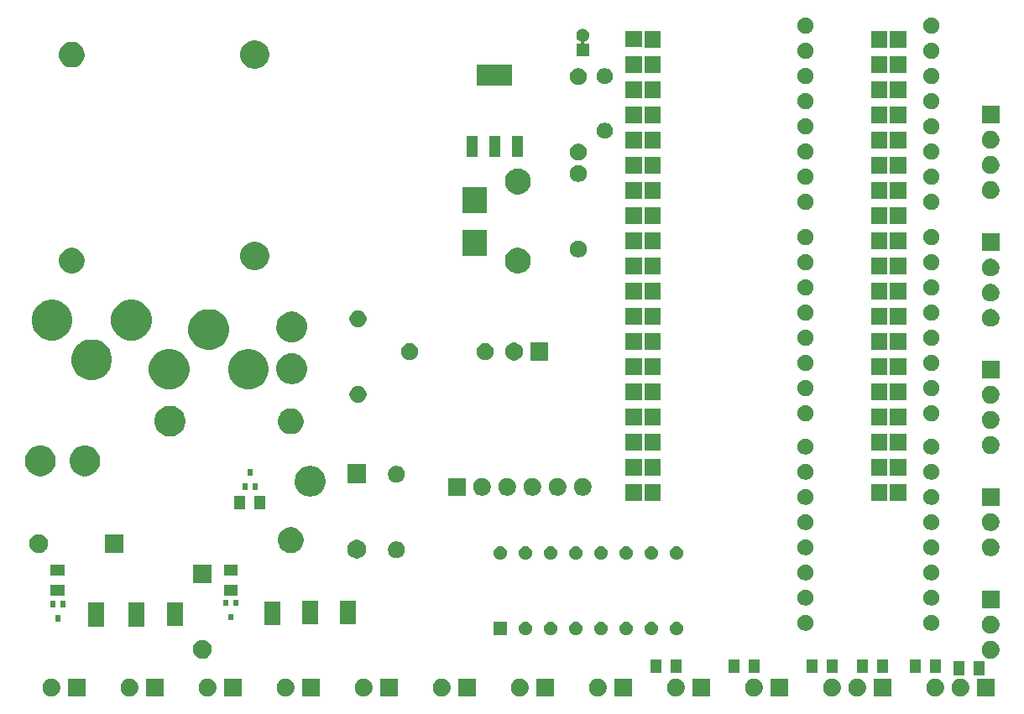
<source format=gbr>
G04 #@! TF.GenerationSoftware,KiCad,Pcbnew,5.1.5+dfsg1-2build2*
G04 #@! TF.CreationDate,2022-04-02T18:44:24-05:00*
G04 #@! TF.ProjectId,caden_final,63616465-6e5f-4666-996e-616c2e6b6963,rev?*
G04 #@! TF.SameCoordinates,Original*
G04 #@! TF.FileFunction,Soldermask,Bot*
G04 #@! TF.FilePolarity,Negative*
%FSLAX46Y46*%
G04 Gerber Fmt 4.6, Leading zero omitted, Abs format (unit mm)*
G04 Created by KiCad (PCBNEW 5.1.5+dfsg1-2build2) date 2022-04-02 18:44:24*
%MOMM*%
%LPD*%
G04 APERTURE LIST*
%ADD10C,0.100000*%
G04 APERTURE END LIST*
D10*
G36*
X161111500Y-54749000D02*
G01*
X159309500Y-54749000D01*
X159309500Y-52947000D01*
X161111500Y-52947000D01*
X161111500Y-54749000D01*
G37*
G36*
X157784012Y-52951927D02*
G01*
X157933312Y-52981624D01*
X158097284Y-53049544D01*
X158244854Y-53148147D01*
X158370353Y-53273646D01*
X158468956Y-53421216D01*
X158536876Y-53585188D01*
X158571500Y-53759259D01*
X158571500Y-53936741D01*
X158536876Y-54110812D01*
X158468956Y-54274784D01*
X158370353Y-54422354D01*
X158244854Y-54547853D01*
X158097284Y-54646456D01*
X157933312Y-54714376D01*
X157784012Y-54744073D01*
X157759242Y-54749000D01*
X157581758Y-54749000D01*
X157556988Y-54744073D01*
X157407688Y-54714376D01*
X157243716Y-54646456D01*
X157096146Y-54547853D01*
X156970647Y-54422354D01*
X156872044Y-54274784D01*
X156804124Y-54110812D01*
X156769500Y-53936741D01*
X156769500Y-53759259D01*
X156804124Y-53585188D01*
X156872044Y-53421216D01*
X156970647Y-53273646D01*
X157096146Y-53148147D01*
X157243716Y-53049544D01*
X157407688Y-52981624D01*
X157556988Y-52951927D01*
X157581758Y-52947000D01*
X157759242Y-52947000D01*
X157784012Y-52951927D01*
G37*
G36*
X89712012Y-52951927D02*
G01*
X89861312Y-52981624D01*
X90025284Y-53049544D01*
X90172854Y-53148147D01*
X90298353Y-53273646D01*
X90396956Y-53421216D01*
X90464876Y-53585188D01*
X90499500Y-53759259D01*
X90499500Y-53936741D01*
X90464876Y-54110812D01*
X90396956Y-54274784D01*
X90298353Y-54422354D01*
X90172854Y-54547853D01*
X90025284Y-54646456D01*
X89861312Y-54714376D01*
X89712012Y-54744073D01*
X89687242Y-54749000D01*
X89509758Y-54749000D01*
X89484988Y-54744073D01*
X89335688Y-54714376D01*
X89171716Y-54646456D01*
X89024146Y-54547853D01*
X88898647Y-54422354D01*
X88800044Y-54274784D01*
X88732124Y-54110812D01*
X88697500Y-53936741D01*
X88697500Y-53759259D01*
X88732124Y-53585188D01*
X88800044Y-53421216D01*
X88898647Y-53273646D01*
X89024146Y-53148147D01*
X89171716Y-53049544D01*
X89335688Y-52981624D01*
X89484988Y-52951927D01*
X89509758Y-52947000D01*
X89687242Y-52947000D01*
X89712012Y-52951927D01*
G37*
G36*
X93039500Y-54749000D02*
G01*
X91237500Y-54749000D01*
X91237500Y-52947000D01*
X93039500Y-52947000D01*
X93039500Y-54749000D01*
G37*
G36*
X85165500Y-54749000D02*
G01*
X83363500Y-54749000D01*
X83363500Y-52947000D01*
X85165500Y-52947000D01*
X85165500Y-54749000D01*
G37*
G36*
X81838012Y-52951927D02*
G01*
X81987312Y-52981624D01*
X82151284Y-53049544D01*
X82298854Y-53148147D01*
X82424353Y-53273646D01*
X82522956Y-53421216D01*
X82590876Y-53585188D01*
X82625500Y-53759259D01*
X82625500Y-53936741D01*
X82590876Y-54110812D01*
X82522956Y-54274784D01*
X82424353Y-54422354D01*
X82298854Y-54547853D01*
X82151284Y-54646456D01*
X81987312Y-54714376D01*
X81838012Y-54744073D01*
X81813242Y-54749000D01*
X81635758Y-54749000D01*
X81610988Y-54744073D01*
X81461688Y-54714376D01*
X81297716Y-54646456D01*
X81150146Y-54547853D01*
X81024647Y-54422354D01*
X80926044Y-54274784D01*
X80858124Y-54110812D01*
X80823500Y-53936741D01*
X80823500Y-53759259D01*
X80858124Y-53585188D01*
X80926044Y-53421216D01*
X81024647Y-53273646D01*
X81150146Y-53148147D01*
X81297716Y-53049544D01*
X81461688Y-52981624D01*
X81610988Y-52951927D01*
X81635758Y-52947000D01*
X81813242Y-52947000D01*
X81838012Y-52951927D01*
G37*
G36*
X73964012Y-52951927D02*
G01*
X74113312Y-52981624D01*
X74277284Y-53049544D01*
X74424854Y-53148147D01*
X74550353Y-53273646D01*
X74648956Y-53421216D01*
X74716876Y-53585188D01*
X74751500Y-53759259D01*
X74751500Y-53936741D01*
X74716876Y-54110812D01*
X74648956Y-54274784D01*
X74550353Y-54422354D01*
X74424854Y-54547853D01*
X74277284Y-54646456D01*
X74113312Y-54714376D01*
X73964012Y-54744073D01*
X73939242Y-54749000D01*
X73761758Y-54749000D01*
X73736988Y-54744073D01*
X73587688Y-54714376D01*
X73423716Y-54646456D01*
X73276146Y-54547853D01*
X73150647Y-54422354D01*
X73052044Y-54274784D01*
X72984124Y-54110812D01*
X72949500Y-53936741D01*
X72949500Y-53759259D01*
X72984124Y-53585188D01*
X73052044Y-53421216D01*
X73150647Y-53273646D01*
X73276146Y-53148147D01*
X73423716Y-53049544D01*
X73587688Y-52981624D01*
X73736988Y-52951927D01*
X73761758Y-52947000D01*
X73939242Y-52947000D01*
X73964012Y-52951927D01*
G37*
G36*
X77291500Y-54749000D02*
G01*
X75489500Y-54749000D01*
X75489500Y-52947000D01*
X77291500Y-52947000D01*
X77291500Y-54749000D01*
G37*
G36*
X66090012Y-52951927D02*
G01*
X66239312Y-52981624D01*
X66403284Y-53049544D01*
X66550854Y-53148147D01*
X66676353Y-53273646D01*
X66774956Y-53421216D01*
X66842876Y-53585188D01*
X66877500Y-53759259D01*
X66877500Y-53936741D01*
X66842876Y-54110812D01*
X66774956Y-54274784D01*
X66676353Y-54422354D01*
X66550854Y-54547853D01*
X66403284Y-54646456D01*
X66239312Y-54714376D01*
X66090012Y-54744073D01*
X66065242Y-54749000D01*
X65887758Y-54749000D01*
X65862988Y-54744073D01*
X65713688Y-54714376D01*
X65549716Y-54646456D01*
X65402146Y-54547853D01*
X65276647Y-54422354D01*
X65178044Y-54274784D01*
X65110124Y-54110812D01*
X65075500Y-53936741D01*
X65075500Y-53759259D01*
X65110124Y-53585188D01*
X65178044Y-53421216D01*
X65276647Y-53273646D01*
X65402146Y-53148147D01*
X65549716Y-53049544D01*
X65713688Y-52981624D01*
X65862988Y-52951927D01*
X65887758Y-52947000D01*
X66065242Y-52947000D01*
X66090012Y-52951927D01*
G37*
G36*
X69417500Y-54749000D02*
G01*
X67615500Y-54749000D01*
X67615500Y-52947000D01*
X69417500Y-52947000D01*
X69417500Y-54749000D01*
G37*
G36*
X147370012Y-52951927D02*
G01*
X147519312Y-52981624D01*
X147683284Y-53049544D01*
X147830854Y-53148147D01*
X147956353Y-53273646D01*
X148054956Y-53421216D01*
X148122876Y-53585188D01*
X148157500Y-53759259D01*
X148157500Y-53936741D01*
X148122876Y-54110812D01*
X148054956Y-54274784D01*
X147956353Y-54422354D01*
X147830854Y-54547853D01*
X147683284Y-54646456D01*
X147519312Y-54714376D01*
X147370012Y-54744073D01*
X147345242Y-54749000D01*
X147167758Y-54749000D01*
X147142988Y-54744073D01*
X146993688Y-54714376D01*
X146829716Y-54646456D01*
X146682146Y-54547853D01*
X146556647Y-54422354D01*
X146458044Y-54274784D01*
X146390124Y-54110812D01*
X146355500Y-53936741D01*
X146355500Y-53759259D01*
X146390124Y-53585188D01*
X146458044Y-53421216D01*
X146556647Y-53273646D01*
X146682146Y-53148147D01*
X146829716Y-53049544D01*
X146993688Y-52981624D01*
X147142988Y-52951927D01*
X147167758Y-52947000D01*
X147345242Y-52947000D01*
X147370012Y-52951927D01*
G37*
G36*
X150697500Y-54749000D02*
G01*
X148895500Y-54749000D01*
X148895500Y-52947000D01*
X150697500Y-52947000D01*
X150697500Y-54749000D01*
G37*
G36*
X144830012Y-52951927D02*
G01*
X144979312Y-52981624D01*
X145143284Y-53049544D01*
X145290854Y-53148147D01*
X145416353Y-53273646D01*
X145514956Y-53421216D01*
X145582876Y-53585188D01*
X145617500Y-53759259D01*
X145617500Y-53936741D01*
X145582876Y-54110812D01*
X145514956Y-54274784D01*
X145416353Y-54422354D01*
X145290854Y-54547853D01*
X145143284Y-54646456D01*
X144979312Y-54714376D01*
X144830012Y-54744073D01*
X144805242Y-54749000D01*
X144627758Y-54749000D01*
X144602988Y-54744073D01*
X144453688Y-54714376D01*
X144289716Y-54646456D01*
X144142146Y-54547853D01*
X144016647Y-54422354D01*
X143918044Y-54274784D01*
X143850124Y-54110812D01*
X143815500Y-53936741D01*
X143815500Y-53759259D01*
X143850124Y-53585188D01*
X143918044Y-53421216D01*
X144016647Y-53273646D01*
X144142146Y-53148147D01*
X144289716Y-53049544D01*
X144453688Y-52981624D01*
X144602988Y-52951927D01*
X144627758Y-52947000D01*
X144805242Y-52947000D01*
X144830012Y-52951927D01*
G37*
G36*
X155244012Y-52951927D02*
G01*
X155393312Y-52981624D01*
X155557284Y-53049544D01*
X155704854Y-53148147D01*
X155830353Y-53273646D01*
X155928956Y-53421216D01*
X155996876Y-53585188D01*
X156031500Y-53759259D01*
X156031500Y-53936741D01*
X155996876Y-54110812D01*
X155928956Y-54274784D01*
X155830353Y-54422354D01*
X155704854Y-54547853D01*
X155557284Y-54646456D01*
X155393312Y-54714376D01*
X155244012Y-54744073D01*
X155219242Y-54749000D01*
X155041758Y-54749000D01*
X155016988Y-54744073D01*
X154867688Y-54714376D01*
X154703716Y-54646456D01*
X154556146Y-54547853D01*
X154430647Y-54422354D01*
X154332044Y-54274784D01*
X154264124Y-54110812D01*
X154229500Y-53936741D01*
X154229500Y-53759259D01*
X154264124Y-53585188D01*
X154332044Y-53421216D01*
X154430647Y-53273646D01*
X154556146Y-53148147D01*
X154703716Y-53049544D01*
X154867688Y-52981624D01*
X155016988Y-52951927D01*
X155041758Y-52947000D01*
X155219242Y-52947000D01*
X155244012Y-52951927D01*
G37*
G36*
X140283500Y-54749000D02*
G01*
X138481500Y-54749000D01*
X138481500Y-52947000D01*
X140283500Y-52947000D01*
X140283500Y-54749000D01*
G37*
G36*
X136956012Y-52951927D02*
G01*
X137105312Y-52981624D01*
X137269284Y-53049544D01*
X137416854Y-53148147D01*
X137542353Y-53273646D01*
X137640956Y-53421216D01*
X137708876Y-53585188D01*
X137743500Y-53759259D01*
X137743500Y-53936741D01*
X137708876Y-54110812D01*
X137640956Y-54274784D01*
X137542353Y-54422354D01*
X137416854Y-54547853D01*
X137269284Y-54646456D01*
X137105312Y-54714376D01*
X136956012Y-54744073D01*
X136931242Y-54749000D01*
X136753758Y-54749000D01*
X136728988Y-54744073D01*
X136579688Y-54714376D01*
X136415716Y-54646456D01*
X136268146Y-54547853D01*
X136142647Y-54422354D01*
X136044044Y-54274784D01*
X135976124Y-54110812D01*
X135941500Y-53936741D01*
X135941500Y-53759259D01*
X135976124Y-53585188D01*
X136044044Y-53421216D01*
X136142647Y-53273646D01*
X136268146Y-53148147D01*
X136415716Y-53049544D01*
X136579688Y-52981624D01*
X136728988Y-52951927D01*
X136753758Y-52947000D01*
X136931242Y-52947000D01*
X136956012Y-52951927D01*
G37*
G36*
X121208012Y-52951927D02*
G01*
X121357312Y-52981624D01*
X121521284Y-53049544D01*
X121668854Y-53148147D01*
X121794353Y-53273646D01*
X121892956Y-53421216D01*
X121960876Y-53585188D01*
X121995500Y-53759259D01*
X121995500Y-53936741D01*
X121960876Y-54110812D01*
X121892956Y-54274784D01*
X121794353Y-54422354D01*
X121668854Y-54547853D01*
X121521284Y-54646456D01*
X121357312Y-54714376D01*
X121208012Y-54744073D01*
X121183242Y-54749000D01*
X121005758Y-54749000D01*
X120980988Y-54744073D01*
X120831688Y-54714376D01*
X120667716Y-54646456D01*
X120520146Y-54547853D01*
X120394647Y-54422354D01*
X120296044Y-54274784D01*
X120228124Y-54110812D01*
X120193500Y-53936741D01*
X120193500Y-53759259D01*
X120228124Y-53585188D01*
X120296044Y-53421216D01*
X120394647Y-53273646D01*
X120520146Y-53148147D01*
X120667716Y-53049544D01*
X120831688Y-52981624D01*
X120980988Y-52951927D01*
X121005758Y-52947000D01*
X121183242Y-52947000D01*
X121208012Y-52951927D01*
G37*
G36*
X124535500Y-54749000D02*
G01*
X122733500Y-54749000D01*
X122733500Y-52947000D01*
X124535500Y-52947000D01*
X124535500Y-54749000D01*
G37*
G36*
X116661500Y-54749000D02*
G01*
X114859500Y-54749000D01*
X114859500Y-52947000D01*
X116661500Y-52947000D01*
X116661500Y-54749000D01*
G37*
G36*
X113334012Y-52951927D02*
G01*
X113483312Y-52981624D01*
X113647284Y-53049544D01*
X113794854Y-53148147D01*
X113920353Y-53273646D01*
X114018956Y-53421216D01*
X114086876Y-53585188D01*
X114121500Y-53759259D01*
X114121500Y-53936741D01*
X114086876Y-54110812D01*
X114018956Y-54274784D01*
X113920353Y-54422354D01*
X113794854Y-54547853D01*
X113647284Y-54646456D01*
X113483312Y-54714376D01*
X113334012Y-54744073D01*
X113309242Y-54749000D01*
X113131758Y-54749000D01*
X113106988Y-54744073D01*
X112957688Y-54714376D01*
X112793716Y-54646456D01*
X112646146Y-54547853D01*
X112520647Y-54422354D01*
X112422044Y-54274784D01*
X112354124Y-54110812D01*
X112319500Y-53936741D01*
X112319500Y-53759259D01*
X112354124Y-53585188D01*
X112422044Y-53421216D01*
X112520647Y-53273646D01*
X112646146Y-53148147D01*
X112793716Y-53049544D01*
X112957688Y-52981624D01*
X113106988Y-52951927D01*
X113131758Y-52947000D01*
X113309242Y-52947000D01*
X113334012Y-52951927D01*
G37*
G36*
X108787500Y-54749000D02*
G01*
X106985500Y-54749000D01*
X106985500Y-52947000D01*
X108787500Y-52947000D01*
X108787500Y-54749000D01*
G37*
G36*
X105460012Y-52951927D02*
G01*
X105609312Y-52981624D01*
X105773284Y-53049544D01*
X105920854Y-53148147D01*
X106046353Y-53273646D01*
X106144956Y-53421216D01*
X106212876Y-53585188D01*
X106247500Y-53759259D01*
X106247500Y-53936741D01*
X106212876Y-54110812D01*
X106144956Y-54274784D01*
X106046353Y-54422354D01*
X105920854Y-54547853D01*
X105773284Y-54646456D01*
X105609312Y-54714376D01*
X105460012Y-54744073D01*
X105435242Y-54749000D01*
X105257758Y-54749000D01*
X105232988Y-54744073D01*
X105083688Y-54714376D01*
X104919716Y-54646456D01*
X104772146Y-54547853D01*
X104646647Y-54422354D01*
X104548044Y-54274784D01*
X104480124Y-54110812D01*
X104445500Y-53936741D01*
X104445500Y-53759259D01*
X104480124Y-53585188D01*
X104548044Y-53421216D01*
X104646647Y-53273646D01*
X104772146Y-53148147D01*
X104919716Y-53049544D01*
X105083688Y-52981624D01*
X105232988Y-52951927D01*
X105257758Y-52947000D01*
X105435242Y-52947000D01*
X105460012Y-52951927D01*
G37*
G36*
X100913500Y-54749000D02*
G01*
X99111500Y-54749000D01*
X99111500Y-52947000D01*
X100913500Y-52947000D01*
X100913500Y-54749000D01*
G37*
G36*
X97586012Y-52951927D02*
G01*
X97735312Y-52981624D01*
X97899284Y-53049544D01*
X98046854Y-53148147D01*
X98172353Y-53273646D01*
X98270956Y-53421216D01*
X98338876Y-53585188D01*
X98373500Y-53759259D01*
X98373500Y-53936741D01*
X98338876Y-54110812D01*
X98270956Y-54274784D01*
X98172353Y-54422354D01*
X98046854Y-54547853D01*
X97899284Y-54646456D01*
X97735312Y-54714376D01*
X97586012Y-54744073D01*
X97561242Y-54749000D01*
X97383758Y-54749000D01*
X97358988Y-54744073D01*
X97209688Y-54714376D01*
X97045716Y-54646456D01*
X96898146Y-54547853D01*
X96772647Y-54422354D01*
X96674044Y-54274784D01*
X96606124Y-54110812D01*
X96571500Y-53936741D01*
X96571500Y-53759259D01*
X96606124Y-53585188D01*
X96674044Y-53421216D01*
X96772647Y-53273646D01*
X96898146Y-53148147D01*
X97045716Y-53049544D01*
X97209688Y-52981624D01*
X97358988Y-52951927D01*
X97383758Y-52947000D01*
X97561242Y-52947000D01*
X97586012Y-52951927D01*
G37*
G36*
X129082012Y-52951927D02*
G01*
X129231312Y-52981624D01*
X129395284Y-53049544D01*
X129542854Y-53148147D01*
X129668353Y-53273646D01*
X129766956Y-53421216D01*
X129834876Y-53585188D01*
X129869500Y-53759259D01*
X129869500Y-53936741D01*
X129834876Y-54110812D01*
X129766956Y-54274784D01*
X129668353Y-54422354D01*
X129542854Y-54547853D01*
X129395284Y-54646456D01*
X129231312Y-54714376D01*
X129082012Y-54744073D01*
X129057242Y-54749000D01*
X128879758Y-54749000D01*
X128854988Y-54744073D01*
X128705688Y-54714376D01*
X128541716Y-54646456D01*
X128394146Y-54547853D01*
X128268647Y-54422354D01*
X128170044Y-54274784D01*
X128102124Y-54110812D01*
X128067500Y-53936741D01*
X128067500Y-53759259D01*
X128102124Y-53585188D01*
X128170044Y-53421216D01*
X128268647Y-53273646D01*
X128394146Y-53148147D01*
X128541716Y-53049544D01*
X128705688Y-52981624D01*
X128854988Y-52951927D01*
X128879758Y-52947000D01*
X129057242Y-52947000D01*
X129082012Y-52951927D01*
G37*
G36*
X132409500Y-54749000D02*
G01*
X130607500Y-54749000D01*
X130607500Y-52947000D01*
X132409500Y-52947000D01*
X132409500Y-54749000D01*
G37*
G36*
X160126500Y-52580500D02*
G01*
X159024500Y-52580500D01*
X159024500Y-51178500D01*
X160126500Y-51178500D01*
X160126500Y-52580500D01*
G37*
G36*
X158094500Y-52580500D02*
G01*
X156992500Y-52580500D01*
X156992500Y-51178500D01*
X158094500Y-51178500D01*
X158094500Y-52580500D01*
G37*
G36*
X155681500Y-52390000D02*
G01*
X154579500Y-52390000D01*
X154579500Y-50988000D01*
X155681500Y-50988000D01*
X155681500Y-52390000D01*
G37*
G36*
X145267500Y-52390000D02*
G01*
X144165500Y-52390000D01*
X144165500Y-50988000D01*
X145267500Y-50988000D01*
X145267500Y-52390000D01*
G37*
G36*
X143235500Y-52390000D02*
G01*
X142133500Y-52390000D01*
X142133500Y-50988000D01*
X143235500Y-50988000D01*
X143235500Y-52390000D01*
G37*
G36*
X148315500Y-52390000D02*
G01*
X147213500Y-52390000D01*
X147213500Y-50988000D01*
X148315500Y-50988000D01*
X148315500Y-52390000D01*
G37*
G36*
X150347500Y-52390000D02*
G01*
X149245500Y-52390000D01*
X149245500Y-50988000D01*
X150347500Y-50988000D01*
X150347500Y-52390000D01*
G37*
G36*
X129519500Y-52390000D02*
G01*
X128417500Y-52390000D01*
X128417500Y-50988000D01*
X129519500Y-50988000D01*
X129519500Y-52390000D01*
G37*
G36*
X135361500Y-52390000D02*
G01*
X134259500Y-52390000D01*
X134259500Y-50988000D01*
X135361500Y-50988000D01*
X135361500Y-52390000D01*
G37*
G36*
X137393500Y-52390000D02*
G01*
X136291500Y-52390000D01*
X136291500Y-50988000D01*
X137393500Y-50988000D01*
X137393500Y-52390000D01*
G37*
G36*
X153649500Y-52390000D02*
G01*
X152547500Y-52390000D01*
X152547500Y-50988000D01*
X153649500Y-50988000D01*
X153649500Y-52390000D01*
G37*
G36*
X127487500Y-52390000D02*
G01*
X126385500Y-52390000D01*
X126385500Y-50988000D01*
X127487500Y-50988000D01*
X127487500Y-52390000D01*
G37*
G36*
X160832012Y-49141927D02*
G01*
X160981312Y-49171624D01*
X161145284Y-49239544D01*
X161292854Y-49338147D01*
X161418353Y-49463646D01*
X161516956Y-49611216D01*
X161584876Y-49775188D01*
X161619500Y-49949259D01*
X161619500Y-50126741D01*
X161584876Y-50300812D01*
X161516956Y-50464784D01*
X161418353Y-50612354D01*
X161292854Y-50737853D01*
X161145284Y-50836456D01*
X160981312Y-50904376D01*
X160832012Y-50934073D01*
X160807242Y-50939000D01*
X160629758Y-50939000D01*
X160604988Y-50934073D01*
X160455688Y-50904376D01*
X160291716Y-50836456D01*
X160144146Y-50737853D01*
X160018647Y-50612354D01*
X159920044Y-50464784D01*
X159852124Y-50300812D01*
X159817500Y-50126741D01*
X159817500Y-49949259D01*
X159852124Y-49775188D01*
X159920044Y-49611216D01*
X160018647Y-49463646D01*
X160144146Y-49338147D01*
X160291716Y-49239544D01*
X160455688Y-49171624D01*
X160604988Y-49141927D01*
X160629758Y-49137000D01*
X160807242Y-49137000D01*
X160832012Y-49141927D01*
G37*
G36*
X81493895Y-49060046D02*
G01*
X81666966Y-49131734D01*
X81726667Y-49171625D01*
X81822727Y-49235810D01*
X81955190Y-49368273D01*
X81955191Y-49368275D01*
X82059266Y-49524034D01*
X82130954Y-49697105D01*
X82167500Y-49880833D01*
X82167500Y-50068167D01*
X82130954Y-50251895D01*
X82059266Y-50424966D01*
X82059265Y-50424967D01*
X81955190Y-50580727D01*
X81822727Y-50713190D01*
X81785816Y-50737853D01*
X81666966Y-50817266D01*
X81493895Y-50888954D01*
X81310167Y-50925500D01*
X81122833Y-50925500D01*
X80939105Y-50888954D01*
X80766034Y-50817266D01*
X80647184Y-50737853D01*
X80610273Y-50713190D01*
X80477810Y-50580727D01*
X80373735Y-50424967D01*
X80373734Y-50424966D01*
X80302046Y-50251895D01*
X80265500Y-50068167D01*
X80265500Y-49880833D01*
X80302046Y-49697105D01*
X80373734Y-49524034D01*
X80477809Y-49368275D01*
X80477810Y-49368273D01*
X80610273Y-49235810D01*
X80706333Y-49171625D01*
X80766034Y-49131734D01*
X80939105Y-49060046D01*
X81122833Y-49023500D01*
X81310167Y-49023500D01*
X81493895Y-49060046D01*
G37*
G36*
X116535803Y-47207150D02*
G01*
X116603493Y-47235188D01*
X116662959Y-47259820D01*
X116777395Y-47336284D01*
X116874716Y-47433605D01*
X116948910Y-47544643D01*
X116951181Y-47548043D01*
X117003850Y-47675197D01*
X117030700Y-47810183D01*
X117030700Y-47947817D01*
X117003850Y-48082803D01*
X116956195Y-48197853D01*
X116951180Y-48209959D01*
X116874716Y-48324395D01*
X116777395Y-48421716D01*
X116662959Y-48498180D01*
X116662958Y-48498181D01*
X116662957Y-48498181D01*
X116535803Y-48550850D01*
X116400817Y-48577700D01*
X116263183Y-48577700D01*
X116128197Y-48550850D01*
X116001043Y-48498181D01*
X116001042Y-48498181D01*
X116001041Y-48498180D01*
X115886605Y-48421716D01*
X115789284Y-48324395D01*
X115712820Y-48209959D01*
X115707806Y-48197853D01*
X115660150Y-48082803D01*
X115633300Y-47947817D01*
X115633300Y-47810183D01*
X115660150Y-47675197D01*
X115712819Y-47548043D01*
X115715091Y-47544643D01*
X115789284Y-47433605D01*
X115886605Y-47336284D01*
X116001041Y-47259820D01*
X116060508Y-47235188D01*
X116128197Y-47207150D01*
X116263183Y-47180300D01*
X116400817Y-47180300D01*
X116535803Y-47207150D01*
G37*
G36*
X111950700Y-48577700D02*
G01*
X110553300Y-48577700D01*
X110553300Y-47180300D01*
X111950700Y-47180300D01*
X111950700Y-48577700D01*
G37*
G36*
X113995803Y-47207150D02*
G01*
X114063493Y-47235188D01*
X114122959Y-47259820D01*
X114237395Y-47336284D01*
X114334716Y-47433605D01*
X114408910Y-47544643D01*
X114411181Y-47548043D01*
X114463850Y-47675197D01*
X114490700Y-47810183D01*
X114490700Y-47947817D01*
X114463850Y-48082803D01*
X114416195Y-48197853D01*
X114411180Y-48209959D01*
X114334716Y-48324395D01*
X114237395Y-48421716D01*
X114122959Y-48498180D01*
X114122958Y-48498181D01*
X114122957Y-48498181D01*
X113995803Y-48550850D01*
X113860817Y-48577700D01*
X113723183Y-48577700D01*
X113588197Y-48550850D01*
X113461043Y-48498181D01*
X113461042Y-48498181D01*
X113461041Y-48498180D01*
X113346605Y-48421716D01*
X113249284Y-48324395D01*
X113172820Y-48209959D01*
X113167806Y-48197853D01*
X113120150Y-48082803D01*
X113093300Y-47947817D01*
X113093300Y-47810183D01*
X113120150Y-47675197D01*
X113172819Y-47548043D01*
X113175091Y-47544643D01*
X113249284Y-47433605D01*
X113346605Y-47336284D01*
X113461041Y-47259820D01*
X113520508Y-47235188D01*
X113588197Y-47207150D01*
X113723183Y-47180300D01*
X113860817Y-47180300D01*
X113995803Y-47207150D01*
G37*
G36*
X119075803Y-47207150D02*
G01*
X119143493Y-47235188D01*
X119202959Y-47259820D01*
X119317395Y-47336284D01*
X119414716Y-47433605D01*
X119488910Y-47544643D01*
X119491181Y-47548043D01*
X119543850Y-47675197D01*
X119570700Y-47810183D01*
X119570700Y-47947817D01*
X119543850Y-48082803D01*
X119496195Y-48197853D01*
X119491180Y-48209959D01*
X119414716Y-48324395D01*
X119317395Y-48421716D01*
X119202959Y-48498180D01*
X119202958Y-48498181D01*
X119202957Y-48498181D01*
X119075803Y-48550850D01*
X118940817Y-48577700D01*
X118803183Y-48577700D01*
X118668197Y-48550850D01*
X118541043Y-48498181D01*
X118541042Y-48498181D01*
X118541041Y-48498180D01*
X118426605Y-48421716D01*
X118329284Y-48324395D01*
X118252820Y-48209959D01*
X118247806Y-48197853D01*
X118200150Y-48082803D01*
X118173300Y-47947817D01*
X118173300Y-47810183D01*
X118200150Y-47675197D01*
X118252819Y-47548043D01*
X118255091Y-47544643D01*
X118329284Y-47433605D01*
X118426605Y-47336284D01*
X118541041Y-47259820D01*
X118600508Y-47235188D01*
X118668197Y-47207150D01*
X118803183Y-47180300D01*
X118940817Y-47180300D01*
X119075803Y-47207150D01*
G37*
G36*
X121615803Y-47207150D02*
G01*
X121683493Y-47235188D01*
X121742959Y-47259820D01*
X121857395Y-47336284D01*
X121954716Y-47433605D01*
X122028910Y-47544643D01*
X122031181Y-47548043D01*
X122083850Y-47675197D01*
X122110700Y-47810183D01*
X122110700Y-47947817D01*
X122083850Y-48082803D01*
X122036195Y-48197853D01*
X122031180Y-48209959D01*
X121954716Y-48324395D01*
X121857395Y-48421716D01*
X121742959Y-48498180D01*
X121742958Y-48498181D01*
X121742957Y-48498181D01*
X121615803Y-48550850D01*
X121480817Y-48577700D01*
X121343183Y-48577700D01*
X121208197Y-48550850D01*
X121081043Y-48498181D01*
X121081042Y-48498181D01*
X121081041Y-48498180D01*
X120966605Y-48421716D01*
X120869284Y-48324395D01*
X120792820Y-48209959D01*
X120787806Y-48197853D01*
X120740150Y-48082803D01*
X120713300Y-47947817D01*
X120713300Y-47810183D01*
X120740150Y-47675197D01*
X120792819Y-47548043D01*
X120795091Y-47544643D01*
X120869284Y-47433605D01*
X120966605Y-47336284D01*
X121081041Y-47259820D01*
X121140508Y-47235188D01*
X121208197Y-47207150D01*
X121343183Y-47180300D01*
X121480817Y-47180300D01*
X121615803Y-47207150D01*
G37*
G36*
X129235803Y-47207150D02*
G01*
X129303493Y-47235188D01*
X129362959Y-47259820D01*
X129477395Y-47336284D01*
X129574716Y-47433605D01*
X129648910Y-47544643D01*
X129651181Y-47548043D01*
X129703850Y-47675197D01*
X129730700Y-47810183D01*
X129730700Y-47947817D01*
X129703850Y-48082803D01*
X129656195Y-48197853D01*
X129651180Y-48209959D01*
X129574716Y-48324395D01*
X129477395Y-48421716D01*
X129362959Y-48498180D01*
X129362958Y-48498181D01*
X129362957Y-48498181D01*
X129235803Y-48550850D01*
X129100817Y-48577700D01*
X128963183Y-48577700D01*
X128828197Y-48550850D01*
X128701043Y-48498181D01*
X128701042Y-48498181D01*
X128701041Y-48498180D01*
X128586605Y-48421716D01*
X128489284Y-48324395D01*
X128412820Y-48209959D01*
X128407806Y-48197853D01*
X128360150Y-48082803D01*
X128333300Y-47947817D01*
X128333300Y-47810183D01*
X128360150Y-47675197D01*
X128412819Y-47548043D01*
X128415091Y-47544643D01*
X128489284Y-47433605D01*
X128586605Y-47336284D01*
X128701041Y-47259820D01*
X128760508Y-47235188D01*
X128828197Y-47207150D01*
X128963183Y-47180300D01*
X129100817Y-47180300D01*
X129235803Y-47207150D01*
G37*
G36*
X126695803Y-47207150D02*
G01*
X126763493Y-47235188D01*
X126822959Y-47259820D01*
X126937395Y-47336284D01*
X127034716Y-47433605D01*
X127108910Y-47544643D01*
X127111181Y-47548043D01*
X127163850Y-47675197D01*
X127190700Y-47810183D01*
X127190700Y-47947817D01*
X127163850Y-48082803D01*
X127116195Y-48197853D01*
X127111180Y-48209959D01*
X127034716Y-48324395D01*
X126937395Y-48421716D01*
X126822959Y-48498180D01*
X126822958Y-48498181D01*
X126822957Y-48498181D01*
X126695803Y-48550850D01*
X126560817Y-48577700D01*
X126423183Y-48577700D01*
X126288197Y-48550850D01*
X126161043Y-48498181D01*
X126161042Y-48498181D01*
X126161041Y-48498180D01*
X126046605Y-48421716D01*
X125949284Y-48324395D01*
X125872820Y-48209959D01*
X125867806Y-48197853D01*
X125820150Y-48082803D01*
X125793300Y-47947817D01*
X125793300Y-47810183D01*
X125820150Y-47675197D01*
X125872819Y-47548043D01*
X125875091Y-47544643D01*
X125949284Y-47433605D01*
X126046605Y-47336284D01*
X126161041Y-47259820D01*
X126220508Y-47235188D01*
X126288197Y-47207150D01*
X126423183Y-47180300D01*
X126560817Y-47180300D01*
X126695803Y-47207150D01*
G37*
G36*
X124155803Y-47207150D02*
G01*
X124223493Y-47235188D01*
X124282959Y-47259820D01*
X124397395Y-47336284D01*
X124494716Y-47433605D01*
X124568910Y-47544643D01*
X124571181Y-47548043D01*
X124623850Y-47675197D01*
X124650700Y-47810183D01*
X124650700Y-47947817D01*
X124623850Y-48082803D01*
X124576195Y-48197853D01*
X124571180Y-48209959D01*
X124494716Y-48324395D01*
X124397395Y-48421716D01*
X124282959Y-48498180D01*
X124282958Y-48498181D01*
X124282957Y-48498181D01*
X124155803Y-48550850D01*
X124020817Y-48577700D01*
X123883183Y-48577700D01*
X123748197Y-48550850D01*
X123621043Y-48498181D01*
X123621042Y-48498181D01*
X123621041Y-48498180D01*
X123506605Y-48421716D01*
X123409284Y-48324395D01*
X123332820Y-48209959D01*
X123327806Y-48197853D01*
X123280150Y-48082803D01*
X123253300Y-47947817D01*
X123253300Y-47810183D01*
X123280150Y-47675197D01*
X123332819Y-47548043D01*
X123335091Y-47544643D01*
X123409284Y-47433605D01*
X123506605Y-47336284D01*
X123621041Y-47259820D01*
X123680508Y-47235188D01*
X123748197Y-47207150D01*
X123883183Y-47180300D01*
X124020817Y-47180300D01*
X124155803Y-47207150D01*
G37*
G36*
X160832012Y-46601927D02*
G01*
X160981312Y-46631624D01*
X161145284Y-46699544D01*
X161292854Y-46798147D01*
X161418353Y-46923646D01*
X161516956Y-47071216D01*
X161584876Y-47235188D01*
X161619500Y-47409259D01*
X161619500Y-47586741D01*
X161584876Y-47760812D01*
X161516956Y-47924784D01*
X161418353Y-48072354D01*
X161292854Y-48197853D01*
X161145284Y-48296456D01*
X160981312Y-48364376D01*
X160832012Y-48394073D01*
X160807242Y-48399000D01*
X160629758Y-48399000D01*
X160604988Y-48394073D01*
X160455688Y-48364376D01*
X160291716Y-48296456D01*
X160144146Y-48197853D01*
X160018647Y-48072354D01*
X159920044Y-47924784D01*
X159852124Y-47760812D01*
X159817500Y-47586741D01*
X159817500Y-47409259D01*
X159852124Y-47235188D01*
X159920044Y-47071216D01*
X160018647Y-46923646D01*
X160144146Y-46798147D01*
X160291716Y-46699544D01*
X160455688Y-46631624D01*
X160604988Y-46601927D01*
X160629758Y-46597000D01*
X160807242Y-46597000D01*
X160832012Y-46601927D01*
G37*
G36*
X154986642Y-46525742D02*
G01*
X155134601Y-46587029D01*
X155267755Y-46675999D01*
X155381001Y-46789245D01*
X155469971Y-46922399D01*
X155531258Y-47070358D01*
X155562500Y-47227425D01*
X155562500Y-47387575D01*
X155531258Y-47544642D01*
X155469971Y-47692601D01*
X155381001Y-47825755D01*
X155267755Y-47939001D01*
X155134601Y-48027971D01*
X154986642Y-48089258D01*
X154829575Y-48120500D01*
X154669425Y-48120500D01*
X154512358Y-48089258D01*
X154364399Y-48027971D01*
X154231245Y-47939001D01*
X154117999Y-47825755D01*
X154029029Y-47692601D01*
X153967742Y-47544642D01*
X153936500Y-47387575D01*
X153936500Y-47227425D01*
X153967742Y-47070358D01*
X154029029Y-46922399D01*
X154117999Y-46789245D01*
X154231245Y-46675999D01*
X154364399Y-46587029D01*
X154512358Y-46525742D01*
X154669425Y-46494500D01*
X154829575Y-46494500D01*
X154986642Y-46525742D01*
G37*
G36*
X142286642Y-46525742D02*
G01*
X142434601Y-46587029D01*
X142567755Y-46675999D01*
X142681001Y-46789245D01*
X142769971Y-46922399D01*
X142831258Y-47070358D01*
X142862500Y-47227425D01*
X142862500Y-47387575D01*
X142831258Y-47544642D01*
X142769971Y-47692601D01*
X142681001Y-47825755D01*
X142567755Y-47939001D01*
X142434601Y-48027971D01*
X142286642Y-48089258D01*
X142129575Y-48120500D01*
X141969425Y-48120500D01*
X141812358Y-48089258D01*
X141664399Y-48027971D01*
X141531245Y-47939001D01*
X141417999Y-47825755D01*
X141329029Y-47692601D01*
X141267742Y-47544642D01*
X141236500Y-47387575D01*
X141236500Y-47227425D01*
X141267742Y-47070358D01*
X141329029Y-46922399D01*
X141417999Y-46789245D01*
X141531245Y-46675999D01*
X141664399Y-46587029D01*
X141812358Y-46525742D01*
X141969425Y-46494500D01*
X142129575Y-46494500D01*
X142286642Y-46525742D01*
G37*
G36*
X71286000Y-47668000D02*
G01*
X69684000Y-47668000D01*
X69684000Y-45266000D01*
X71286000Y-45266000D01*
X71286000Y-47668000D01*
G37*
G36*
X75350000Y-47668000D02*
G01*
X73748000Y-47668000D01*
X73748000Y-45266000D01*
X75350000Y-45266000D01*
X75350000Y-47668000D01*
G37*
G36*
X79287000Y-47619500D02*
G01*
X77685000Y-47619500D01*
X77685000Y-45217500D01*
X79287000Y-45217500D01*
X79287000Y-47619500D01*
G37*
G36*
X89066000Y-47541000D02*
G01*
X87464000Y-47541000D01*
X87464000Y-45139000D01*
X89066000Y-45139000D01*
X89066000Y-47541000D01*
G37*
G36*
X96686000Y-47492500D02*
G01*
X95084000Y-47492500D01*
X95084000Y-45090500D01*
X96686000Y-45090500D01*
X96686000Y-47492500D01*
G37*
G36*
X92876000Y-47492500D02*
G01*
X91274000Y-47492500D01*
X91274000Y-45090500D01*
X92876000Y-45090500D01*
X92876000Y-47492500D01*
G37*
G36*
X66870500Y-47178500D02*
G01*
X66368500Y-47178500D01*
X66368500Y-46526500D01*
X66870500Y-46526500D01*
X66870500Y-47178500D01*
G37*
G36*
X84325000Y-47062000D02*
G01*
X83823000Y-47062000D01*
X83823000Y-46410000D01*
X84325000Y-46410000D01*
X84325000Y-47062000D01*
G37*
G36*
X161619500Y-45859000D02*
G01*
X159817500Y-45859000D01*
X159817500Y-44057000D01*
X161619500Y-44057000D01*
X161619500Y-45859000D01*
G37*
G36*
X66370500Y-45728500D02*
G01*
X65868500Y-45728500D01*
X65868500Y-45076500D01*
X66370500Y-45076500D01*
X66370500Y-45728500D01*
G37*
G36*
X67370500Y-45728500D02*
G01*
X66868500Y-45728500D01*
X66868500Y-45076500D01*
X67370500Y-45076500D01*
X67370500Y-45728500D01*
G37*
G36*
X84825000Y-45612000D02*
G01*
X84323000Y-45612000D01*
X84323000Y-44960000D01*
X84825000Y-44960000D01*
X84825000Y-45612000D01*
G37*
G36*
X83825000Y-45612000D02*
G01*
X83323000Y-45612000D01*
X83323000Y-44960000D01*
X83825000Y-44960000D01*
X83825000Y-45612000D01*
G37*
G36*
X142286642Y-43985742D02*
G01*
X142434601Y-44047029D01*
X142567755Y-44135999D01*
X142681001Y-44249245D01*
X142769971Y-44382399D01*
X142831258Y-44530358D01*
X142862500Y-44687425D01*
X142862500Y-44847575D01*
X142831258Y-45004642D01*
X142769971Y-45152601D01*
X142681001Y-45285755D01*
X142567755Y-45399001D01*
X142434601Y-45487971D01*
X142286642Y-45549258D01*
X142129575Y-45580500D01*
X141969425Y-45580500D01*
X141812358Y-45549258D01*
X141664399Y-45487971D01*
X141531245Y-45399001D01*
X141417999Y-45285755D01*
X141329029Y-45152601D01*
X141267742Y-45004642D01*
X141236500Y-44847575D01*
X141236500Y-44687425D01*
X141267742Y-44530358D01*
X141329029Y-44382399D01*
X141417999Y-44249245D01*
X141531245Y-44135999D01*
X141664399Y-44047029D01*
X141812358Y-43985742D01*
X141969425Y-43954500D01*
X142129575Y-43954500D01*
X142286642Y-43985742D01*
G37*
G36*
X154986642Y-43985742D02*
G01*
X155134601Y-44047029D01*
X155267755Y-44135999D01*
X155381001Y-44249245D01*
X155469971Y-44382399D01*
X155531258Y-44530358D01*
X155562500Y-44687425D01*
X155562500Y-44847575D01*
X155531258Y-45004642D01*
X155469971Y-45152601D01*
X155381001Y-45285755D01*
X155267755Y-45399001D01*
X155134601Y-45487971D01*
X154986642Y-45549258D01*
X154829575Y-45580500D01*
X154669425Y-45580500D01*
X154512358Y-45549258D01*
X154364399Y-45487971D01*
X154231245Y-45399001D01*
X154117999Y-45285755D01*
X154029029Y-45152601D01*
X153967742Y-45004642D01*
X153936500Y-44847575D01*
X153936500Y-44687425D01*
X153967742Y-44530358D01*
X154029029Y-44382399D01*
X154117999Y-44249245D01*
X154231245Y-44135999D01*
X154364399Y-44047029D01*
X154512358Y-43985742D01*
X154669425Y-43954500D01*
X154829575Y-43954500D01*
X154986642Y-43985742D01*
G37*
G36*
X84775000Y-44556500D02*
G01*
X83373000Y-44556500D01*
X83373000Y-43454500D01*
X84775000Y-43454500D01*
X84775000Y-44556500D01*
G37*
G36*
X67312500Y-44556500D02*
G01*
X65910500Y-44556500D01*
X65910500Y-43454500D01*
X67312500Y-43454500D01*
X67312500Y-44556500D01*
G37*
G36*
X82167500Y-43305500D02*
G01*
X80265500Y-43305500D01*
X80265500Y-41403500D01*
X82167500Y-41403500D01*
X82167500Y-43305500D01*
G37*
G36*
X142286642Y-41445742D02*
G01*
X142434601Y-41507029D01*
X142567755Y-41595999D01*
X142681001Y-41709245D01*
X142769971Y-41842399D01*
X142831258Y-41990358D01*
X142862500Y-42147425D01*
X142862500Y-42307575D01*
X142831258Y-42464642D01*
X142769971Y-42612601D01*
X142681001Y-42745755D01*
X142567755Y-42859001D01*
X142434601Y-42947971D01*
X142286642Y-43009258D01*
X142129575Y-43040500D01*
X141969425Y-43040500D01*
X141812358Y-43009258D01*
X141664399Y-42947971D01*
X141531245Y-42859001D01*
X141417999Y-42745755D01*
X141329029Y-42612601D01*
X141267742Y-42464642D01*
X141236500Y-42307575D01*
X141236500Y-42147425D01*
X141267742Y-41990358D01*
X141329029Y-41842399D01*
X141417999Y-41709245D01*
X141531245Y-41595999D01*
X141664399Y-41507029D01*
X141812358Y-41445742D01*
X141969425Y-41414500D01*
X142129575Y-41414500D01*
X142286642Y-41445742D01*
G37*
G36*
X154986642Y-41445742D02*
G01*
X155134601Y-41507029D01*
X155267755Y-41595999D01*
X155381001Y-41709245D01*
X155469971Y-41842399D01*
X155531258Y-41990358D01*
X155562500Y-42147425D01*
X155562500Y-42307575D01*
X155531258Y-42464642D01*
X155469971Y-42612601D01*
X155381001Y-42745755D01*
X155267755Y-42859001D01*
X155134601Y-42947971D01*
X154986642Y-43009258D01*
X154829575Y-43040500D01*
X154669425Y-43040500D01*
X154512358Y-43009258D01*
X154364399Y-42947971D01*
X154231245Y-42859001D01*
X154117999Y-42745755D01*
X154029029Y-42612601D01*
X153967742Y-42464642D01*
X153936500Y-42307575D01*
X153936500Y-42147425D01*
X153967742Y-41990358D01*
X154029029Y-41842399D01*
X154117999Y-41709245D01*
X154231245Y-41595999D01*
X154364399Y-41507029D01*
X154512358Y-41445742D01*
X154669425Y-41414500D01*
X154829575Y-41414500D01*
X154986642Y-41445742D01*
G37*
G36*
X67312500Y-42524500D02*
G01*
X65910500Y-42524500D01*
X65910500Y-41422500D01*
X67312500Y-41422500D01*
X67312500Y-42524500D01*
G37*
G36*
X84775000Y-42524500D02*
G01*
X83373000Y-42524500D01*
X83373000Y-41422500D01*
X84775000Y-41422500D01*
X84775000Y-42524500D01*
G37*
G36*
X126695803Y-39587150D02*
G01*
X126744754Y-39607426D01*
X126822959Y-39639820D01*
X126937395Y-39716284D01*
X127034716Y-39813605D01*
X127108910Y-39924643D01*
X127111181Y-39928043D01*
X127163850Y-40055197D01*
X127190700Y-40190183D01*
X127190700Y-40327817D01*
X127163850Y-40462803D01*
X127111785Y-40588500D01*
X127111180Y-40589959D01*
X127034716Y-40704395D01*
X126937395Y-40801716D01*
X126822959Y-40878180D01*
X126822958Y-40878181D01*
X126822957Y-40878181D01*
X126695803Y-40930850D01*
X126560817Y-40957700D01*
X126423183Y-40957700D01*
X126288197Y-40930850D01*
X126161043Y-40878181D01*
X126161042Y-40878181D01*
X126161041Y-40878180D01*
X126046605Y-40801716D01*
X125949284Y-40704395D01*
X125872820Y-40589959D01*
X125872216Y-40588500D01*
X125820150Y-40462803D01*
X125793300Y-40327817D01*
X125793300Y-40190183D01*
X125820150Y-40055197D01*
X125872819Y-39928043D01*
X125875091Y-39924643D01*
X125949284Y-39813605D01*
X126046605Y-39716284D01*
X126161041Y-39639820D01*
X126239247Y-39607426D01*
X126288197Y-39587150D01*
X126423183Y-39560300D01*
X126560817Y-39560300D01*
X126695803Y-39587150D01*
G37*
G36*
X124155803Y-39587150D02*
G01*
X124204754Y-39607426D01*
X124282959Y-39639820D01*
X124397395Y-39716284D01*
X124494716Y-39813605D01*
X124568910Y-39924643D01*
X124571181Y-39928043D01*
X124623850Y-40055197D01*
X124650700Y-40190183D01*
X124650700Y-40327817D01*
X124623850Y-40462803D01*
X124571785Y-40588500D01*
X124571180Y-40589959D01*
X124494716Y-40704395D01*
X124397395Y-40801716D01*
X124282959Y-40878180D01*
X124282958Y-40878181D01*
X124282957Y-40878181D01*
X124155803Y-40930850D01*
X124020817Y-40957700D01*
X123883183Y-40957700D01*
X123748197Y-40930850D01*
X123621043Y-40878181D01*
X123621042Y-40878181D01*
X123621041Y-40878180D01*
X123506605Y-40801716D01*
X123409284Y-40704395D01*
X123332820Y-40589959D01*
X123332216Y-40588500D01*
X123280150Y-40462803D01*
X123253300Y-40327817D01*
X123253300Y-40190183D01*
X123280150Y-40055197D01*
X123332819Y-39928043D01*
X123335091Y-39924643D01*
X123409284Y-39813605D01*
X123506605Y-39716284D01*
X123621041Y-39639820D01*
X123699247Y-39607426D01*
X123748197Y-39587150D01*
X123883183Y-39560300D01*
X124020817Y-39560300D01*
X124155803Y-39587150D01*
G37*
G36*
X121615803Y-39587150D02*
G01*
X121664754Y-39607426D01*
X121742959Y-39639820D01*
X121857395Y-39716284D01*
X121954716Y-39813605D01*
X122028910Y-39924643D01*
X122031181Y-39928043D01*
X122083850Y-40055197D01*
X122110700Y-40190183D01*
X122110700Y-40327817D01*
X122083850Y-40462803D01*
X122031785Y-40588500D01*
X122031180Y-40589959D01*
X121954716Y-40704395D01*
X121857395Y-40801716D01*
X121742959Y-40878180D01*
X121742958Y-40878181D01*
X121742957Y-40878181D01*
X121615803Y-40930850D01*
X121480817Y-40957700D01*
X121343183Y-40957700D01*
X121208197Y-40930850D01*
X121081043Y-40878181D01*
X121081042Y-40878181D01*
X121081041Y-40878180D01*
X120966605Y-40801716D01*
X120869284Y-40704395D01*
X120792820Y-40589959D01*
X120792216Y-40588500D01*
X120740150Y-40462803D01*
X120713300Y-40327817D01*
X120713300Y-40190183D01*
X120740150Y-40055197D01*
X120792819Y-39928043D01*
X120795091Y-39924643D01*
X120869284Y-39813605D01*
X120966605Y-39716284D01*
X121081041Y-39639820D01*
X121159247Y-39607426D01*
X121208197Y-39587150D01*
X121343183Y-39560300D01*
X121480817Y-39560300D01*
X121615803Y-39587150D01*
G37*
G36*
X119075803Y-39587150D02*
G01*
X119124754Y-39607426D01*
X119202959Y-39639820D01*
X119317395Y-39716284D01*
X119414716Y-39813605D01*
X119488910Y-39924643D01*
X119491181Y-39928043D01*
X119543850Y-40055197D01*
X119570700Y-40190183D01*
X119570700Y-40327817D01*
X119543850Y-40462803D01*
X119491785Y-40588500D01*
X119491180Y-40589959D01*
X119414716Y-40704395D01*
X119317395Y-40801716D01*
X119202959Y-40878180D01*
X119202958Y-40878181D01*
X119202957Y-40878181D01*
X119075803Y-40930850D01*
X118940817Y-40957700D01*
X118803183Y-40957700D01*
X118668197Y-40930850D01*
X118541043Y-40878181D01*
X118541042Y-40878181D01*
X118541041Y-40878180D01*
X118426605Y-40801716D01*
X118329284Y-40704395D01*
X118252820Y-40589959D01*
X118252216Y-40588500D01*
X118200150Y-40462803D01*
X118173300Y-40327817D01*
X118173300Y-40190183D01*
X118200150Y-40055197D01*
X118252819Y-39928043D01*
X118255091Y-39924643D01*
X118329284Y-39813605D01*
X118426605Y-39716284D01*
X118541041Y-39639820D01*
X118619247Y-39607426D01*
X118668197Y-39587150D01*
X118803183Y-39560300D01*
X118940817Y-39560300D01*
X119075803Y-39587150D01*
G37*
G36*
X116535803Y-39587150D02*
G01*
X116584754Y-39607426D01*
X116662959Y-39639820D01*
X116777395Y-39716284D01*
X116874716Y-39813605D01*
X116948910Y-39924643D01*
X116951181Y-39928043D01*
X117003850Y-40055197D01*
X117030700Y-40190183D01*
X117030700Y-40327817D01*
X117003850Y-40462803D01*
X116951785Y-40588500D01*
X116951180Y-40589959D01*
X116874716Y-40704395D01*
X116777395Y-40801716D01*
X116662959Y-40878180D01*
X116662958Y-40878181D01*
X116662957Y-40878181D01*
X116535803Y-40930850D01*
X116400817Y-40957700D01*
X116263183Y-40957700D01*
X116128197Y-40930850D01*
X116001043Y-40878181D01*
X116001042Y-40878181D01*
X116001041Y-40878180D01*
X115886605Y-40801716D01*
X115789284Y-40704395D01*
X115712820Y-40589959D01*
X115712216Y-40588500D01*
X115660150Y-40462803D01*
X115633300Y-40327817D01*
X115633300Y-40190183D01*
X115660150Y-40055197D01*
X115712819Y-39928043D01*
X115715091Y-39924643D01*
X115789284Y-39813605D01*
X115886605Y-39716284D01*
X116001041Y-39639820D01*
X116079247Y-39607426D01*
X116128197Y-39587150D01*
X116263183Y-39560300D01*
X116400817Y-39560300D01*
X116535803Y-39587150D01*
G37*
G36*
X111455803Y-39587150D02*
G01*
X111504754Y-39607426D01*
X111582959Y-39639820D01*
X111697395Y-39716284D01*
X111794716Y-39813605D01*
X111868910Y-39924643D01*
X111871181Y-39928043D01*
X111923850Y-40055197D01*
X111950700Y-40190183D01*
X111950700Y-40327817D01*
X111923850Y-40462803D01*
X111871785Y-40588500D01*
X111871180Y-40589959D01*
X111794716Y-40704395D01*
X111697395Y-40801716D01*
X111582959Y-40878180D01*
X111582958Y-40878181D01*
X111582957Y-40878181D01*
X111455803Y-40930850D01*
X111320817Y-40957700D01*
X111183183Y-40957700D01*
X111048197Y-40930850D01*
X110921043Y-40878181D01*
X110921042Y-40878181D01*
X110921041Y-40878180D01*
X110806605Y-40801716D01*
X110709284Y-40704395D01*
X110632820Y-40589959D01*
X110632216Y-40588500D01*
X110580150Y-40462803D01*
X110553300Y-40327817D01*
X110553300Y-40190183D01*
X110580150Y-40055197D01*
X110632819Y-39928043D01*
X110635091Y-39924643D01*
X110709284Y-39813605D01*
X110806605Y-39716284D01*
X110921041Y-39639820D01*
X110999247Y-39607426D01*
X111048197Y-39587150D01*
X111183183Y-39560300D01*
X111320817Y-39560300D01*
X111455803Y-39587150D01*
G37*
G36*
X113995803Y-39587150D02*
G01*
X114044754Y-39607426D01*
X114122959Y-39639820D01*
X114237395Y-39716284D01*
X114334716Y-39813605D01*
X114408910Y-39924643D01*
X114411181Y-39928043D01*
X114463850Y-40055197D01*
X114490700Y-40190183D01*
X114490700Y-40327817D01*
X114463850Y-40462803D01*
X114411785Y-40588500D01*
X114411180Y-40589959D01*
X114334716Y-40704395D01*
X114237395Y-40801716D01*
X114122959Y-40878180D01*
X114122958Y-40878181D01*
X114122957Y-40878181D01*
X113995803Y-40930850D01*
X113860817Y-40957700D01*
X113723183Y-40957700D01*
X113588197Y-40930850D01*
X113461043Y-40878181D01*
X113461042Y-40878181D01*
X113461041Y-40878180D01*
X113346605Y-40801716D01*
X113249284Y-40704395D01*
X113172820Y-40589959D01*
X113172216Y-40588500D01*
X113120150Y-40462803D01*
X113093300Y-40327817D01*
X113093300Y-40190183D01*
X113120150Y-40055197D01*
X113172819Y-39928043D01*
X113175091Y-39924643D01*
X113249284Y-39813605D01*
X113346605Y-39716284D01*
X113461041Y-39639820D01*
X113539247Y-39607426D01*
X113588197Y-39587150D01*
X113723183Y-39560300D01*
X113860817Y-39560300D01*
X113995803Y-39587150D01*
G37*
G36*
X129235803Y-39587150D02*
G01*
X129284754Y-39607426D01*
X129362959Y-39639820D01*
X129477395Y-39716284D01*
X129574716Y-39813605D01*
X129648910Y-39924643D01*
X129651181Y-39928043D01*
X129703850Y-40055197D01*
X129730700Y-40190183D01*
X129730700Y-40327817D01*
X129703850Y-40462803D01*
X129651785Y-40588500D01*
X129651180Y-40589959D01*
X129574716Y-40704395D01*
X129477395Y-40801716D01*
X129362959Y-40878180D01*
X129362958Y-40878181D01*
X129362957Y-40878181D01*
X129235803Y-40930850D01*
X129100817Y-40957700D01*
X128963183Y-40957700D01*
X128828197Y-40930850D01*
X128701043Y-40878181D01*
X128701042Y-40878181D01*
X128701041Y-40878180D01*
X128586605Y-40801716D01*
X128489284Y-40704395D01*
X128412820Y-40589959D01*
X128412216Y-40588500D01*
X128360150Y-40462803D01*
X128333300Y-40327817D01*
X128333300Y-40190183D01*
X128360150Y-40055197D01*
X128412819Y-39928043D01*
X128415091Y-39924643D01*
X128489284Y-39813605D01*
X128586605Y-39716284D01*
X128701041Y-39639820D01*
X128779247Y-39607426D01*
X128828197Y-39587150D01*
X128963183Y-39560300D01*
X129100817Y-39560300D01*
X129235803Y-39587150D01*
G37*
G36*
X97051395Y-38963546D02*
G01*
X97224466Y-39035234D01*
X97224467Y-39035235D01*
X97380227Y-39139310D01*
X97512690Y-39271773D01*
X97533154Y-39302400D01*
X97616766Y-39427534D01*
X97688454Y-39600605D01*
X97725000Y-39784333D01*
X97725000Y-39971667D01*
X97688454Y-40155395D01*
X97616766Y-40328466D01*
X97577419Y-40387353D01*
X97512690Y-40484227D01*
X97380227Y-40616690D01*
X97301818Y-40669081D01*
X97224466Y-40720766D01*
X97051395Y-40792454D01*
X96867667Y-40829000D01*
X96680333Y-40829000D01*
X96496605Y-40792454D01*
X96323534Y-40720766D01*
X96246182Y-40669081D01*
X96167773Y-40616690D01*
X96035310Y-40484227D01*
X95970581Y-40387353D01*
X95931234Y-40328466D01*
X95859546Y-40155395D01*
X95823000Y-39971667D01*
X95823000Y-39784333D01*
X95859546Y-39600605D01*
X95931234Y-39427534D01*
X96014846Y-39302400D01*
X96035310Y-39271773D01*
X96167773Y-39139310D01*
X96323533Y-39035235D01*
X96323534Y-39035234D01*
X96496605Y-38963546D01*
X96680333Y-38927000D01*
X96867667Y-38927000D01*
X97051395Y-38963546D01*
G37*
G36*
X101022728Y-39123203D02*
G01*
X101177600Y-39187353D01*
X101316981Y-39280485D01*
X101435515Y-39399019D01*
X101528647Y-39538400D01*
X101592797Y-39693272D01*
X101625500Y-39857684D01*
X101625500Y-40025316D01*
X101592797Y-40189728D01*
X101528647Y-40344600D01*
X101435515Y-40483981D01*
X101316981Y-40602515D01*
X101177600Y-40695647D01*
X101022728Y-40759797D01*
X100858316Y-40792500D01*
X100690684Y-40792500D01*
X100526272Y-40759797D01*
X100371400Y-40695647D01*
X100232019Y-40602515D01*
X100113485Y-40483981D01*
X100020353Y-40344600D01*
X99956203Y-40189728D01*
X99923500Y-40025316D01*
X99923500Y-39857684D01*
X99956203Y-39693272D01*
X100020353Y-39538400D01*
X100113485Y-39399019D01*
X100232019Y-39280485D01*
X100371400Y-39187353D01*
X100526272Y-39123203D01*
X100690684Y-39090500D01*
X100858316Y-39090500D01*
X101022728Y-39123203D01*
G37*
G36*
X160832012Y-38791427D02*
G01*
X160981312Y-38821124D01*
X161145284Y-38889044D01*
X161292854Y-38987647D01*
X161418353Y-39113146D01*
X161516956Y-39260716D01*
X161584876Y-39424688D01*
X161611850Y-39560300D01*
X161619500Y-39598758D01*
X161619500Y-39776242D01*
X161617890Y-39784335D01*
X161584876Y-39950312D01*
X161516956Y-40114284D01*
X161418353Y-40261854D01*
X161292854Y-40387353D01*
X161145284Y-40485956D01*
X160981312Y-40553876D01*
X160832012Y-40583573D01*
X160807242Y-40588500D01*
X160629758Y-40588500D01*
X160604988Y-40583573D01*
X160455688Y-40553876D01*
X160291716Y-40485956D01*
X160144146Y-40387353D01*
X160018647Y-40261854D01*
X159920044Y-40114284D01*
X159852124Y-39950312D01*
X159819110Y-39784335D01*
X159817500Y-39776242D01*
X159817500Y-39598758D01*
X159825150Y-39560300D01*
X159852124Y-39424688D01*
X159920044Y-39260716D01*
X160018647Y-39113146D01*
X160144146Y-38987647D01*
X160291716Y-38889044D01*
X160455688Y-38821124D01*
X160604988Y-38791427D01*
X160629758Y-38786500D01*
X160807242Y-38786500D01*
X160832012Y-38791427D01*
G37*
G36*
X154986642Y-38905742D02*
G01*
X155134601Y-38967029D01*
X155267755Y-39055999D01*
X155381001Y-39169245D01*
X155469971Y-39302399D01*
X155531258Y-39450358D01*
X155562500Y-39607425D01*
X155562500Y-39767575D01*
X155531258Y-39924642D01*
X155469971Y-40072601D01*
X155381001Y-40205755D01*
X155267755Y-40319001D01*
X155134601Y-40407971D01*
X154986642Y-40469258D01*
X154829575Y-40500500D01*
X154669425Y-40500500D01*
X154512358Y-40469258D01*
X154364399Y-40407971D01*
X154231245Y-40319001D01*
X154117999Y-40205755D01*
X154029029Y-40072601D01*
X153967742Y-39924642D01*
X153936500Y-39767575D01*
X153936500Y-39607425D01*
X153967742Y-39450358D01*
X154029029Y-39302399D01*
X154117999Y-39169245D01*
X154231245Y-39055999D01*
X154364399Y-38967029D01*
X154512358Y-38905742D01*
X154669425Y-38874500D01*
X154829575Y-38874500D01*
X154986642Y-38905742D01*
G37*
G36*
X142286642Y-38905742D02*
G01*
X142434601Y-38967029D01*
X142567755Y-39055999D01*
X142681001Y-39169245D01*
X142769971Y-39302399D01*
X142831258Y-39450358D01*
X142862500Y-39607425D01*
X142862500Y-39767575D01*
X142831258Y-39924642D01*
X142769971Y-40072601D01*
X142681001Y-40205755D01*
X142567755Y-40319001D01*
X142434601Y-40407971D01*
X142286642Y-40469258D01*
X142129575Y-40500500D01*
X141969425Y-40500500D01*
X141812358Y-40469258D01*
X141664399Y-40407971D01*
X141531245Y-40319001D01*
X141417999Y-40205755D01*
X141329029Y-40072601D01*
X141267742Y-39924642D01*
X141236500Y-39767575D01*
X141236500Y-39607425D01*
X141267742Y-39450358D01*
X141329029Y-39302399D01*
X141417999Y-39169245D01*
X141531245Y-39055999D01*
X141664399Y-38967029D01*
X141812358Y-38905742D01*
X141969425Y-38874500D01*
X142129575Y-38874500D01*
X142286642Y-38905742D01*
G37*
G36*
X90504487Y-37718996D02*
G01*
X90649351Y-37779001D01*
X90741255Y-37817069D01*
X90786578Y-37847353D01*
X90954339Y-37959447D01*
X91135553Y-38140661D01*
X91277932Y-38353747D01*
X91376004Y-38590513D01*
X91426000Y-38841861D01*
X91426000Y-39098139D01*
X91376004Y-39349487D01*
X91297753Y-39538400D01*
X91277931Y-39586255D01*
X91135553Y-39799339D01*
X90954339Y-39980553D01*
X90741255Y-40122931D01*
X90741254Y-40122932D01*
X90741253Y-40122932D01*
X90504487Y-40221004D01*
X90253139Y-40271000D01*
X89996861Y-40271000D01*
X89745513Y-40221004D01*
X89508747Y-40122932D01*
X89508746Y-40122932D01*
X89508745Y-40122931D01*
X89295661Y-39980553D01*
X89114447Y-39799339D01*
X88972069Y-39586255D01*
X88952247Y-39538400D01*
X88873996Y-39349487D01*
X88824000Y-39098139D01*
X88824000Y-38841861D01*
X88873996Y-38590513D01*
X88972068Y-38353747D01*
X89114447Y-38140661D01*
X89295661Y-37959447D01*
X89463422Y-37847353D01*
X89508745Y-37817069D01*
X89600649Y-37779001D01*
X89745513Y-37718996D01*
X89996861Y-37669000D01*
X90253139Y-37669000D01*
X90504487Y-37718996D01*
G37*
G36*
X64983895Y-38392046D02*
G01*
X65156966Y-38463734D01*
X65156967Y-38463735D01*
X65312727Y-38567810D01*
X65445190Y-38700273D01*
X65445191Y-38700275D01*
X65549266Y-38856034D01*
X65620954Y-39029105D01*
X65657500Y-39212833D01*
X65657500Y-39400167D01*
X65620954Y-39583895D01*
X65549266Y-39756966D01*
X65520953Y-39799339D01*
X65445190Y-39912727D01*
X65312727Y-40045190D01*
X65297750Y-40055197D01*
X65156966Y-40149266D01*
X64983895Y-40220954D01*
X64800167Y-40257500D01*
X64612833Y-40257500D01*
X64429105Y-40220954D01*
X64256034Y-40149266D01*
X64115250Y-40055197D01*
X64100273Y-40045190D01*
X63967810Y-39912727D01*
X63892047Y-39799339D01*
X63863734Y-39756966D01*
X63792046Y-39583895D01*
X63755500Y-39400167D01*
X63755500Y-39212833D01*
X63792046Y-39029105D01*
X63863734Y-38856034D01*
X63967809Y-38700275D01*
X63967810Y-38700273D01*
X64100273Y-38567810D01*
X64256033Y-38463735D01*
X64256034Y-38463734D01*
X64429105Y-38392046D01*
X64612833Y-38355500D01*
X64800167Y-38355500D01*
X64983895Y-38392046D01*
G37*
G36*
X73277500Y-40257500D02*
G01*
X71375500Y-40257500D01*
X71375500Y-38355500D01*
X73277500Y-38355500D01*
X73277500Y-40257500D01*
G37*
G36*
X160832012Y-36251427D02*
G01*
X160981312Y-36281124D01*
X161145284Y-36349044D01*
X161292854Y-36447647D01*
X161418353Y-36573146D01*
X161516956Y-36720716D01*
X161584876Y-36884688D01*
X161619500Y-37058759D01*
X161619500Y-37236241D01*
X161584876Y-37410312D01*
X161516956Y-37574284D01*
X161418353Y-37721854D01*
X161292854Y-37847353D01*
X161145284Y-37945956D01*
X160981312Y-38013876D01*
X160832012Y-38043573D01*
X160807242Y-38048500D01*
X160629758Y-38048500D01*
X160604988Y-38043573D01*
X160455688Y-38013876D01*
X160291716Y-37945956D01*
X160144146Y-37847353D01*
X160018647Y-37721854D01*
X159920044Y-37574284D01*
X159852124Y-37410312D01*
X159817500Y-37236241D01*
X159817500Y-37058759D01*
X159852124Y-36884688D01*
X159920044Y-36720716D01*
X160018647Y-36573146D01*
X160144146Y-36447647D01*
X160291716Y-36349044D01*
X160455688Y-36281124D01*
X160604988Y-36251427D01*
X160629758Y-36246500D01*
X160807242Y-36246500D01*
X160832012Y-36251427D01*
G37*
G36*
X154986642Y-36365742D02*
G01*
X155134601Y-36427029D01*
X155267755Y-36515999D01*
X155381001Y-36629245D01*
X155469971Y-36762399D01*
X155531258Y-36910358D01*
X155562500Y-37067425D01*
X155562500Y-37227575D01*
X155531258Y-37384642D01*
X155469971Y-37532601D01*
X155381001Y-37665755D01*
X155267755Y-37779001D01*
X155134601Y-37867971D01*
X154986642Y-37929258D01*
X154829575Y-37960500D01*
X154669425Y-37960500D01*
X154512358Y-37929258D01*
X154364399Y-37867971D01*
X154231245Y-37779001D01*
X154117999Y-37665755D01*
X154029029Y-37532601D01*
X153967742Y-37384642D01*
X153936500Y-37227575D01*
X153936500Y-37067425D01*
X153967742Y-36910358D01*
X154029029Y-36762399D01*
X154117999Y-36629245D01*
X154231245Y-36515999D01*
X154364399Y-36427029D01*
X154512358Y-36365742D01*
X154669425Y-36334500D01*
X154829575Y-36334500D01*
X154986642Y-36365742D01*
G37*
G36*
X142286642Y-36365742D02*
G01*
X142434601Y-36427029D01*
X142567755Y-36515999D01*
X142681001Y-36629245D01*
X142769971Y-36762399D01*
X142831258Y-36910358D01*
X142862500Y-37067425D01*
X142862500Y-37227575D01*
X142831258Y-37384642D01*
X142769971Y-37532601D01*
X142681001Y-37665755D01*
X142567755Y-37779001D01*
X142434601Y-37867971D01*
X142286642Y-37929258D01*
X142129575Y-37960500D01*
X141969425Y-37960500D01*
X141812358Y-37929258D01*
X141664399Y-37867971D01*
X141531245Y-37779001D01*
X141417999Y-37665755D01*
X141329029Y-37532601D01*
X141267742Y-37384642D01*
X141236500Y-37227575D01*
X141236500Y-37067425D01*
X141267742Y-36910358D01*
X141329029Y-36762399D01*
X141417999Y-36629245D01*
X141531245Y-36515999D01*
X141664399Y-36427029D01*
X141812358Y-36365742D01*
X141969425Y-36334500D01*
X142129575Y-36334500D01*
X142286642Y-36365742D01*
G37*
G36*
X87546000Y-35880000D02*
G01*
X86444000Y-35880000D01*
X86444000Y-34478000D01*
X87546000Y-34478000D01*
X87546000Y-35880000D01*
G37*
G36*
X85514000Y-35880000D02*
G01*
X84412000Y-35880000D01*
X84412000Y-34478000D01*
X85514000Y-34478000D01*
X85514000Y-35880000D01*
G37*
G36*
X161619500Y-35508500D02*
G01*
X159817500Y-35508500D01*
X159817500Y-33706500D01*
X161619500Y-33706500D01*
X161619500Y-35508500D01*
G37*
G36*
X154986642Y-33825742D02*
G01*
X155134601Y-33887029D01*
X155267755Y-33975999D01*
X155381001Y-34089245D01*
X155469971Y-34222399D01*
X155531258Y-34370358D01*
X155562500Y-34527425D01*
X155562500Y-34687575D01*
X155531258Y-34844642D01*
X155469971Y-34992601D01*
X155381001Y-35125755D01*
X155267755Y-35239001D01*
X155134601Y-35327971D01*
X154986642Y-35389258D01*
X154829575Y-35420500D01*
X154669425Y-35420500D01*
X154512358Y-35389258D01*
X154364399Y-35327971D01*
X154231245Y-35239001D01*
X154117999Y-35125755D01*
X154029029Y-34992601D01*
X153967742Y-34844642D01*
X153936500Y-34687575D01*
X153936500Y-34527425D01*
X153967742Y-34370358D01*
X154029029Y-34222399D01*
X154117999Y-34089245D01*
X154231245Y-33975999D01*
X154364399Y-33887029D01*
X154512358Y-33825742D01*
X154669425Y-33794500D01*
X154829575Y-33794500D01*
X154986642Y-33825742D01*
G37*
G36*
X142286642Y-33825742D02*
G01*
X142434601Y-33887029D01*
X142567755Y-33975999D01*
X142681001Y-34089245D01*
X142769971Y-34222399D01*
X142831258Y-34370358D01*
X142862500Y-34527425D01*
X142862500Y-34687575D01*
X142831258Y-34844642D01*
X142769971Y-34992601D01*
X142681001Y-35125755D01*
X142567755Y-35239001D01*
X142434601Y-35327971D01*
X142286642Y-35389258D01*
X142129575Y-35420500D01*
X141969425Y-35420500D01*
X141812358Y-35389258D01*
X141664399Y-35327971D01*
X141531245Y-35239001D01*
X141417999Y-35125755D01*
X141329029Y-34992601D01*
X141267742Y-34844642D01*
X141236500Y-34687575D01*
X141236500Y-34527425D01*
X141267742Y-34370358D01*
X141329029Y-34222399D01*
X141417999Y-34089245D01*
X141531245Y-33975999D01*
X141664399Y-33887029D01*
X141812358Y-33825742D01*
X141969425Y-33794500D01*
X142129575Y-33794500D01*
X142286642Y-33825742D01*
G37*
G36*
X125527000Y-34976000D02*
G01*
X123901000Y-34976000D01*
X123901000Y-33350000D01*
X125527000Y-33350000D01*
X125527000Y-34976000D01*
G37*
G36*
X150292000Y-34976000D02*
G01*
X148666000Y-34976000D01*
X148666000Y-33350000D01*
X150292000Y-33350000D01*
X150292000Y-34976000D01*
G37*
G36*
X127432000Y-34976000D02*
G01*
X125806000Y-34976000D01*
X125806000Y-33350000D01*
X127432000Y-33350000D01*
X127432000Y-34976000D01*
G37*
G36*
X152197000Y-34976000D02*
G01*
X150571000Y-34976000D01*
X150571000Y-33350000D01*
X152197000Y-33350000D01*
X152197000Y-34976000D01*
G37*
G36*
X92377585Y-31498802D02*
G01*
X92527410Y-31528604D01*
X92809674Y-31645521D01*
X93063705Y-31815259D01*
X93279741Y-32031295D01*
X93449479Y-32285326D01*
X93566396Y-32567590D01*
X93590844Y-32690500D01*
X93626000Y-32867239D01*
X93626000Y-33172761D01*
X93612526Y-33240500D01*
X93566396Y-33472410D01*
X93449479Y-33754674D01*
X93279741Y-34008705D01*
X93063705Y-34224741D01*
X92809674Y-34394479D01*
X92527410Y-34511396D01*
X92377585Y-34541198D01*
X92227761Y-34571000D01*
X91922239Y-34571000D01*
X91772415Y-34541198D01*
X91622590Y-34511396D01*
X91340326Y-34394479D01*
X91086295Y-34224741D01*
X90870259Y-34008705D01*
X90700521Y-33754674D01*
X90583604Y-33472410D01*
X90537474Y-33240500D01*
X90524000Y-33172761D01*
X90524000Y-32867239D01*
X90559156Y-32690500D01*
X90583604Y-32567590D01*
X90700521Y-32285326D01*
X90870259Y-32031295D01*
X91086295Y-31815259D01*
X91340326Y-31645521D01*
X91622590Y-31528604D01*
X91772415Y-31498802D01*
X91922239Y-31469000D01*
X92227761Y-31469000D01*
X92377585Y-31498802D01*
G37*
G36*
X114604012Y-32695427D02*
G01*
X114753312Y-32725124D01*
X114917284Y-32793044D01*
X115064854Y-32891647D01*
X115190353Y-33017146D01*
X115288956Y-33164716D01*
X115356876Y-33328688D01*
X115391500Y-33502759D01*
X115391500Y-33680241D01*
X115356876Y-33854312D01*
X115288956Y-34018284D01*
X115190353Y-34165854D01*
X115064854Y-34291353D01*
X114917284Y-34389956D01*
X114753312Y-34457876D01*
X114604012Y-34487573D01*
X114579242Y-34492500D01*
X114401758Y-34492500D01*
X114376988Y-34487573D01*
X114227688Y-34457876D01*
X114063716Y-34389956D01*
X113916146Y-34291353D01*
X113790647Y-34165854D01*
X113692044Y-34018284D01*
X113624124Y-33854312D01*
X113589500Y-33680241D01*
X113589500Y-33502759D01*
X113624124Y-33328688D01*
X113692044Y-33164716D01*
X113790647Y-33017146D01*
X113916146Y-32891647D01*
X114063716Y-32793044D01*
X114227688Y-32725124D01*
X114376988Y-32695427D01*
X114401758Y-32690500D01*
X114579242Y-32690500D01*
X114604012Y-32695427D01*
G37*
G36*
X119684012Y-32695427D02*
G01*
X119833312Y-32725124D01*
X119997284Y-32793044D01*
X120144854Y-32891647D01*
X120270353Y-33017146D01*
X120368956Y-33164716D01*
X120436876Y-33328688D01*
X120471500Y-33502759D01*
X120471500Y-33680241D01*
X120436876Y-33854312D01*
X120368956Y-34018284D01*
X120270353Y-34165854D01*
X120144854Y-34291353D01*
X119997284Y-34389956D01*
X119833312Y-34457876D01*
X119684012Y-34487573D01*
X119659242Y-34492500D01*
X119481758Y-34492500D01*
X119456988Y-34487573D01*
X119307688Y-34457876D01*
X119143716Y-34389956D01*
X118996146Y-34291353D01*
X118870647Y-34165854D01*
X118772044Y-34018284D01*
X118704124Y-33854312D01*
X118669500Y-33680241D01*
X118669500Y-33502759D01*
X118704124Y-33328688D01*
X118772044Y-33164716D01*
X118870647Y-33017146D01*
X118996146Y-32891647D01*
X119143716Y-32793044D01*
X119307688Y-32725124D01*
X119456988Y-32695427D01*
X119481758Y-32690500D01*
X119659242Y-32690500D01*
X119684012Y-32695427D01*
G37*
G36*
X112064012Y-32695427D02*
G01*
X112213312Y-32725124D01*
X112377284Y-32793044D01*
X112524854Y-32891647D01*
X112650353Y-33017146D01*
X112748956Y-33164716D01*
X112816876Y-33328688D01*
X112851500Y-33502759D01*
X112851500Y-33680241D01*
X112816876Y-33854312D01*
X112748956Y-34018284D01*
X112650353Y-34165854D01*
X112524854Y-34291353D01*
X112377284Y-34389956D01*
X112213312Y-34457876D01*
X112064012Y-34487573D01*
X112039242Y-34492500D01*
X111861758Y-34492500D01*
X111836988Y-34487573D01*
X111687688Y-34457876D01*
X111523716Y-34389956D01*
X111376146Y-34291353D01*
X111250647Y-34165854D01*
X111152044Y-34018284D01*
X111084124Y-33854312D01*
X111049500Y-33680241D01*
X111049500Y-33502759D01*
X111084124Y-33328688D01*
X111152044Y-33164716D01*
X111250647Y-33017146D01*
X111376146Y-32891647D01*
X111523716Y-32793044D01*
X111687688Y-32725124D01*
X111836988Y-32695427D01*
X111861758Y-32690500D01*
X112039242Y-32690500D01*
X112064012Y-32695427D01*
G37*
G36*
X107771500Y-34492500D02*
G01*
X105969500Y-34492500D01*
X105969500Y-32690500D01*
X107771500Y-32690500D01*
X107771500Y-34492500D01*
G37*
G36*
X117144012Y-32695427D02*
G01*
X117293312Y-32725124D01*
X117457284Y-32793044D01*
X117604854Y-32891647D01*
X117730353Y-33017146D01*
X117828956Y-33164716D01*
X117896876Y-33328688D01*
X117931500Y-33502759D01*
X117931500Y-33680241D01*
X117896876Y-33854312D01*
X117828956Y-34018284D01*
X117730353Y-34165854D01*
X117604854Y-34291353D01*
X117457284Y-34389956D01*
X117293312Y-34457876D01*
X117144012Y-34487573D01*
X117119242Y-34492500D01*
X116941758Y-34492500D01*
X116916988Y-34487573D01*
X116767688Y-34457876D01*
X116603716Y-34389956D01*
X116456146Y-34291353D01*
X116330647Y-34165854D01*
X116232044Y-34018284D01*
X116164124Y-33854312D01*
X116129500Y-33680241D01*
X116129500Y-33502759D01*
X116164124Y-33328688D01*
X116232044Y-33164716D01*
X116330647Y-33017146D01*
X116456146Y-32891647D01*
X116603716Y-32793044D01*
X116767688Y-32725124D01*
X116916988Y-32695427D01*
X116941758Y-32690500D01*
X117119242Y-32690500D01*
X117144012Y-32695427D01*
G37*
G36*
X109524012Y-32695427D02*
G01*
X109673312Y-32725124D01*
X109837284Y-32793044D01*
X109984854Y-32891647D01*
X110110353Y-33017146D01*
X110208956Y-33164716D01*
X110276876Y-33328688D01*
X110311500Y-33502759D01*
X110311500Y-33680241D01*
X110276876Y-33854312D01*
X110208956Y-34018284D01*
X110110353Y-34165854D01*
X109984854Y-34291353D01*
X109837284Y-34389956D01*
X109673312Y-34457876D01*
X109524012Y-34487573D01*
X109499242Y-34492500D01*
X109321758Y-34492500D01*
X109296988Y-34487573D01*
X109147688Y-34457876D01*
X108983716Y-34389956D01*
X108836146Y-34291353D01*
X108710647Y-34165854D01*
X108612044Y-34018284D01*
X108544124Y-33854312D01*
X108509500Y-33680241D01*
X108509500Y-33502759D01*
X108544124Y-33328688D01*
X108612044Y-33164716D01*
X108710647Y-33017146D01*
X108836146Y-32891647D01*
X108983716Y-32793044D01*
X109147688Y-32725124D01*
X109296988Y-32695427D01*
X109321758Y-32690500D01*
X109499242Y-32690500D01*
X109524012Y-32695427D01*
G37*
G36*
X85766500Y-33892500D02*
G01*
X85264500Y-33892500D01*
X85264500Y-33240500D01*
X85766500Y-33240500D01*
X85766500Y-33892500D01*
G37*
G36*
X86766500Y-33892500D02*
G01*
X86264500Y-33892500D01*
X86264500Y-33240500D01*
X86766500Y-33240500D01*
X86766500Y-33892500D01*
G37*
G36*
X97725000Y-33209000D02*
G01*
X95823000Y-33209000D01*
X95823000Y-31307000D01*
X97725000Y-31307000D01*
X97725000Y-33209000D01*
G37*
G36*
X101022728Y-31503203D02*
G01*
X101177600Y-31567353D01*
X101316981Y-31660485D01*
X101435515Y-31779019D01*
X101528647Y-31918400D01*
X101592797Y-32073272D01*
X101625500Y-32237684D01*
X101625500Y-32405316D01*
X101592797Y-32569728D01*
X101528647Y-32724600D01*
X101435515Y-32863981D01*
X101316981Y-32982515D01*
X101177600Y-33075647D01*
X101022728Y-33139797D01*
X100858316Y-33172500D01*
X100690684Y-33172500D01*
X100526272Y-33139797D01*
X100371400Y-33075647D01*
X100232019Y-32982515D01*
X100113485Y-32863981D01*
X100020353Y-32724600D01*
X99956203Y-32569728D01*
X99923500Y-32405316D01*
X99923500Y-32237684D01*
X99956203Y-32073272D01*
X100020353Y-31918400D01*
X100113485Y-31779019D01*
X100232019Y-31660485D01*
X100371400Y-31567353D01*
X100526272Y-31503203D01*
X100690684Y-31470500D01*
X100858316Y-31470500D01*
X101022728Y-31503203D01*
G37*
G36*
X142286642Y-31285742D02*
G01*
X142434601Y-31347029D01*
X142567755Y-31435999D01*
X142681001Y-31549245D01*
X142769971Y-31682399D01*
X142831258Y-31830358D01*
X142862500Y-31987425D01*
X142862500Y-32147575D01*
X142831258Y-32304642D01*
X142769971Y-32452601D01*
X142681001Y-32585755D01*
X142567755Y-32699001D01*
X142434601Y-32787971D01*
X142286642Y-32849258D01*
X142129575Y-32880500D01*
X141969425Y-32880500D01*
X141812358Y-32849258D01*
X141664399Y-32787971D01*
X141531245Y-32699001D01*
X141417999Y-32585755D01*
X141329029Y-32452601D01*
X141267742Y-32304642D01*
X141236500Y-32147575D01*
X141236500Y-31987425D01*
X141267742Y-31830358D01*
X141329029Y-31682399D01*
X141417999Y-31549245D01*
X141531245Y-31435999D01*
X141664399Y-31347029D01*
X141812358Y-31285742D01*
X141969425Y-31254500D01*
X142129575Y-31254500D01*
X142286642Y-31285742D01*
G37*
G36*
X154986642Y-31285742D02*
G01*
X155134601Y-31347029D01*
X155267755Y-31435999D01*
X155381001Y-31549245D01*
X155469971Y-31682399D01*
X155531258Y-31830358D01*
X155562500Y-31987425D01*
X155562500Y-32147575D01*
X155531258Y-32304642D01*
X155469971Y-32452601D01*
X155381001Y-32585755D01*
X155267755Y-32699001D01*
X155134601Y-32787971D01*
X154986642Y-32849258D01*
X154829575Y-32880500D01*
X154669425Y-32880500D01*
X154512358Y-32849258D01*
X154364399Y-32787971D01*
X154231245Y-32699001D01*
X154117999Y-32585755D01*
X154029029Y-32452601D01*
X153967742Y-32304642D01*
X153936500Y-32147575D01*
X153936500Y-31987425D01*
X153967742Y-31830358D01*
X154029029Y-31682399D01*
X154117999Y-31549245D01*
X154231245Y-31435999D01*
X154364399Y-31347029D01*
X154512358Y-31285742D01*
X154669425Y-31254500D01*
X154829575Y-31254500D01*
X154986642Y-31285742D01*
G37*
G36*
X69659085Y-29442302D02*
G01*
X69808910Y-29472104D01*
X70091174Y-29589021D01*
X70345205Y-29758759D01*
X70561241Y-29974795D01*
X70730979Y-30228826D01*
X70847896Y-30511090D01*
X70907500Y-30810740D01*
X70907500Y-31116260D01*
X70847896Y-31415910D01*
X70730979Y-31698174D01*
X70561241Y-31952205D01*
X70345205Y-32168241D01*
X70091174Y-32337979D01*
X69808910Y-32454896D01*
X69659085Y-32484698D01*
X69509261Y-32514500D01*
X69203739Y-32514500D01*
X69053915Y-32484698D01*
X68904090Y-32454896D01*
X68621826Y-32337979D01*
X68367795Y-32168241D01*
X68151759Y-31952205D01*
X67982021Y-31698174D01*
X67865104Y-31415910D01*
X67805500Y-31116260D01*
X67805500Y-30810740D01*
X67865104Y-30511090D01*
X67982021Y-30228826D01*
X68151759Y-29974795D01*
X68367795Y-29758759D01*
X68621826Y-29589021D01*
X68904090Y-29472104D01*
X69053915Y-29442302D01*
X69203739Y-29412500D01*
X69509261Y-29412500D01*
X69659085Y-29442302D01*
G37*
G36*
X65159085Y-29442302D02*
G01*
X65308910Y-29472104D01*
X65591174Y-29589021D01*
X65845205Y-29758759D01*
X66061241Y-29974795D01*
X66230979Y-30228826D01*
X66347896Y-30511090D01*
X66407500Y-30810740D01*
X66407500Y-31116260D01*
X66347896Y-31415910D01*
X66230979Y-31698174D01*
X66061241Y-31952205D01*
X65845205Y-32168241D01*
X65591174Y-32337979D01*
X65308910Y-32454896D01*
X65159085Y-32484698D01*
X65009261Y-32514500D01*
X64703739Y-32514500D01*
X64553915Y-32484698D01*
X64404090Y-32454896D01*
X64121826Y-32337979D01*
X63867795Y-32168241D01*
X63651759Y-31952205D01*
X63482021Y-31698174D01*
X63365104Y-31415910D01*
X63305500Y-31116260D01*
X63305500Y-30810740D01*
X63365104Y-30511090D01*
X63482021Y-30228826D01*
X63651759Y-29974795D01*
X63867795Y-29758759D01*
X64121826Y-29589021D01*
X64404090Y-29472104D01*
X64553915Y-29442302D01*
X64703739Y-29412500D01*
X65009261Y-29412500D01*
X65159085Y-29442302D01*
G37*
G36*
X86266500Y-32442500D02*
G01*
X85764500Y-32442500D01*
X85764500Y-31790500D01*
X86266500Y-31790500D01*
X86266500Y-32442500D01*
G37*
G36*
X150292000Y-32436000D02*
G01*
X148666000Y-32436000D01*
X148666000Y-30810000D01*
X150292000Y-30810000D01*
X150292000Y-32436000D01*
G37*
G36*
X127432000Y-32436000D02*
G01*
X125806000Y-32436000D01*
X125806000Y-30810000D01*
X127432000Y-30810000D01*
X127432000Y-32436000D01*
G37*
G36*
X152197000Y-32436000D02*
G01*
X150571000Y-32436000D01*
X150571000Y-30810000D01*
X152197000Y-30810000D01*
X152197000Y-32436000D01*
G37*
G36*
X125527000Y-32436000D02*
G01*
X123901000Y-32436000D01*
X123901000Y-30810000D01*
X125527000Y-30810000D01*
X125527000Y-32436000D01*
G37*
G36*
X154986642Y-28745742D02*
G01*
X155134601Y-28807029D01*
X155267755Y-28895999D01*
X155381001Y-29009245D01*
X155469971Y-29142399D01*
X155531258Y-29290358D01*
X155562500Y-29447425D01*
X155562500Y-29607575D01*
X155531258Y-29764642D01*
X155469971Y-29912601D01*
X155381001Y-30045755D01*
X155267755Y-30159001D01*
X155134601Y-30247971D01*
X154986642Y-30309258D01*
X154829575Y-30340500D01*
X154669425Y-30340500D01*
X154512358Y-30309258D01*
X154364399Y-30247971D01*
X154231245Y-30159001D01*
X154117999Y-30045755D01*
X154029029Y-29912601D01*
X153967742Y-29764642D01*
X153936500Y-29607575D01*
X153936500Y-29447425D01*
X153967742Y-29290358D01*
X154029029Y-29142399D01*
X154117999Y-29009245D01*
X154231245Y-28895999D01*
X154364399Y-28807029D01*
X154512358Y-28745742D01*
X154669425Y-28714500D01*
X154829575Y-28714500D01*
X154986642Y-28745742D01*
G37*
G36*
X142286642Y-28745742D02*
G01*
X142434601Y-28807029D01*
X142567755Y-28895999D01*
X142681001Y-29009245D01*
X142769971Y-29142399D01*
X142831258Y-29290358D01*
X142862500Y-29447425D01*
X142862500Y-29607575D01*
X142831258Y-29764642D01*
X142769971Y-29912601D01*
X142681001Y-30045755D01*
X142567755Y-30159001D01*
X142434601Y-30247971D01*
X142286642Y-30309258D01*
X142129575Y-30340500D01*
X141969425Y-30340500D01*
X141812358Y-30309258D01*
X141664399Y-30247971D01*
X141531245Y-30159001D01*
X141417999Y-30045755D01*
X141329029Y-29912601D01*
X141267742Y-29764642D01*
X141236500Y-29607575D01*
X141236500Y-29447425D01*
X141267742Y-29290358D01*
X141329029Y-29142399D01*
X141417999Y-29009245D01*
X141531245Y-28895999D01*
X141664399Y-28807029D01*
X141812358Y-28745742D01*
X141969425Y-28714500D01*
X142129575Y-28714500D01*
X142286642Y-28745742D01*
G37*
G36*
X160832012Y-28470927D02*
G01*
X160981312Y-28500624D01*
X161145284Y-28568544D01*
X161292854Y-28667147D01*
X161418353Y-28792646D01*
X161516956Y-28940216D01*
X161584876Y-29104188D01*
X161619500Y-29278259D01*
X161619500Y-29455741D01*
X161584876Y-29629812D01*
X161516956Y-29793784D01*
X161418353Y-29941354D01*
X161292854Y-30066853D01*
X161145284Y-30165456D01*
X160981312Y-30233376D01*
X160832012Y-30263073D01*
X160807242Y-30268000D01*
X160629758Y-30268000D01*
X160604988Y-30263073D01*
X160455688Y-30233376D01*
X160291716Y-30165456D01*
X160144146Y-30066853D01*
X160018647Y-29941354D01*
X159920044Y-29793784D01*
X159852124Y-29629812D01*
X159817500Y-29455741D01*
X159817500Y-29278259D01*
X159852124Y-29104188D01*
X159920044Y-28940216D01*
X160018647Y-28792646D01*
X160144146Y-28667147D01*
X160291716Y-28568544D01*
X160455688Y-28500624D01*
X160604988Y-28470927D01*
X160629758Y-28466000D01*
X160807242Y-28466000D01*
X160832012Y-28470927D01*
G37*
G36*
X125527000Y-29896000D02*
G01*
X123901000Y-29896000D01*
X123901000Y-28270000D01*
X125527000Y-28270000D01*
X125527000Y-29896000D01*
G37*
G36*
X127432000Y-29896000D02*
G01*
X125806000Y-29896000D01*
X125806000Y-28270000D01*
X127432000Y-28270000D01*
X127432000Y-29896000D01*
G37*
G36*
X150292000Y-29896000D02*
G01*
X148666000Y-29896000D01*
X148666000Y-28270000D01*
X150292000Y-28270000D01*
X150292000Y-29896000D01*
G37*
G36*
X152197000Y-29896000D02*
G01*
X150571000Y-29896000D01*
X150571000Y-28270000D01*
X152197000Y-28270000D01*
X152197000Y-29896000D01*
G37*
G36*
X78214901Y-25446279D02*
G01*
X78377410Y-25478604D01*
X78659674Y-25595521D01*
X78913705Y-25765259D01*
X79129741Y-25981295D01*
X79299479Y-26235326D01*
X79369301Y-26403893D01*
X79416396Y-26517591D01*
X79472223Y-26798249D01*
X79476000Y-26817240D01*
X79476000Y-27122760D01*
X79416396Y-27422410D01*
X79299479Y-27704674D01*
X79129741Y-27958705D01*
X78913705Y-28174741D01*
X78659674Y-28344479D01*
X78377410Y-28461396D01*
X78227585Y-28491198D01*
X78077761Y-28521000D01*
X77772239Y-28521000D01*
X77622415Y-28491198D01*
X77472590Y-28461396D01*
X77190326Y-28344479D01*
X76936295Y-28174741D01*
X76720259Y-27958705D01*
X76550521Y-27704674D01*
X76433604Y-27422410D01*
X76374000Y-27122760D01*
X76374000Y-26817240D01*
X76377778Y-26798249D01*
X76433604Y-26517591D01*
X76480699Y-26403893D01*
X76550521Y-26235326D01*
X76720259Y-25981295D01*
X76936295Y-25765259D01*
X77190326Y-25595521D01*
X77472590Y-25478604D01*
X77635099Y-25446279D01*
X77772239Y-25419000D01*
X78077761Y-25419000D01*
X78214901Y-25446279D01*
G37*
G36*
X90504487Y-25718996D02*
G01*
X90741253Y-25817068D01*
X90741255Y-25817069D01*
X90954339Y-25959447D01*
X91135553Y-26140661D01*
X91210380Y-26252647D01*
X91277932Y-26353747D01*
X91376004Y-26590513D01*
X91426000Y-26841861D01*
X91426000Y-27098139D01*
X91376004Y-27349487D01*
X91345798Y-27422410D01*
X91277931Y-27586255D01*
X91135553Y-27799339D01*
X90954339Y-27980553D01*
X90741255Y-28122931D01*
X90741254Y-28122932D01*
X90741253Y-28122932D01*
X90504487Y-28221004D01*
X90253139Y-28271000D01*
X89996861Y-28271000D01*
X89745513Y-28221004D01*
X89508747Y-28122932D01*
X89508746Y-28122932D01*
X89508745Y-28122931D01*
X89295661Y-27980553D01*
X89114447Y-27799339D01*
X88972069Y-27586255D01*
X88904202Y-27422410D01*
X88873996Y-27349487D01*
X88824000Y-27098139D01*
X88824000Y-26841861D01*
X88873996Y-26590513D01*
X88972068Y-26353747D01*
X89039621Y-26252647D01*
X89114447Y-26140661D01*
X89295661Y-25959447D01*
X89508745Y-25817069D01*
X89508747Y-25817068D01*
X89745513Y-25718996D01*
X89996861Y-25669000D01*
X90253139Y-25669000D01*
X90504487Y-25718996D01*
G37*
G36*
X160825375Y-25929607D02*
G01*
X160981312Y-25960624D01*
X161145284Y-26028544D01*
X161292854Y-26127147D01*
X161418353Y-26252646D01*
X161516956Y-26400216D01*
X161584876Y-26564188D01*
X161619500Y-26738259D01*
X161619500Y-26915741D01*
X161584876Y-27089812D01*
X161516956Y-27253784D01*
X161418353Y-27401354D01*
X161292854Y-27526853D01*
X161145284Y-27625456D01*
X160981312Y-27693376D01*
X160832012Y-27723073D01*
X160807242Y-27728000D01*
X160629758Y-27728000D01*
X160604988Y-27723073D01*
X160455688Y-27693376D01*
X160291716Y-27625456D01*
X160144146Y-27526853D01*
X160018647Y-27401354D01*
X159920044Y-27253784D01*
X159852124Y-27089812D01*
X159817500Y-26915741D01*
X159817500Y-26738259D01*
X159852124Y-26564188D01*
X159920044Y-26400216D01*
X160018647Y-26252646D01*
X160144146Y-26127147D01*
X160291716Y-26028544D01*
X160455688Y-25960624D01*
X160611625Y-25929607D01*
X160629758Y-25926000D01*
X160807242Y-25926000D01*
X160825375Y-25929607D01*
G37*
G36*
X150292000Y-27356000D02*
G01*
X148666000Y-27356000D01*
X148666000Y-25730000D01*
X150292000Y-25730000D01*
X150292000Y-27356000D01*
G37*
G36*
X152197000Y-27356000D02*
G01*
X150571000Y-27356000D01*
X150571000Y-25730000D01*
X152197000Y-25730000D01*
X152197000Y-27356000D01*
G37*
G36*
X127432000Y-27356000D02*
G01*
X125806000Y-27356000D01*
X125806000Y-25730000D01*
X127432000Y-25730000D01*
X127432000Y-27356000D01*
G37*
G36*
X125527000Y-27356000D02*
G01*
X123901000Y-27356000D01*
X123901000Y-25730000D01*
X125527000Y-25730000D01*
X125527000Y-27356000D01*
G37*
G36*
X142286642Y-25384992D02*
G01*
X142434601Y-25446279D01*
X142567755Y-25535249D01*
X142681001Y-25648495D01*
X142769971Y-25781649D01*
X142831258Y-25929608D01*
X142862500Y-26086675D01*
X142862500Y-26246825D01*
X142831258Y-26403892D01*
X142769971Y-26551851D01*
X142681001Y-26685005D01*
X142567755Y-26798251D01*
X142434601Y-26887221D01*
X142286642Y-26948508D01*
X142129575Y-26979750D01*
X141969425Y-26979750D01*
X141812358Y-26948508D01*
X141664399Y-26887221D01*
X141531245Y-26798251D01*
X141417999Y-26685005D01*
X141329029Y-26551851D01*
X141267742Y-26403892D01*
X141236500Y-26246825D01*
X141236500Y-26086675D01*
X141267742Y-25929608D01*
X141329029Y-25781649D01*
X141417999Y-25648495D01*
X141531245Y-25535249D01*
X141664399Y-25446279D01*
X141812358Y-25384992D01*
X141969425Y-25353750D01*
X142129575Y-25353750D01*
X142286642Y-25384992D01*
G37*
G36*
X154986642Y-25384992D02*
G01*
X155134601Y-25446279D01*
X155267755Y-25535249D01*
X155381001Y-25648495D01*
X155469971Y-25781649D01*
X155531258Y-25929608D01*
X155562500Y-26086675D01*
X155562500Y-26246825D01*
X155531258Y-26403892D01*
X155469971Y-26551851D01*
X155381001Y-26685005D01*
X155267755Y-26798251D01*
X155134601Y-26887221D01*
X154986642Y-26948508D01*
X154829575Y-26979750D01*
X154669425Y-26979750D01*
X154512358Y-26948508D01*
X154364399Y-26887221D01*
X154231245Y-26798251D01*
X154117999Y-26685005D01*
X154029029Y-26551851D01*
X153967742Y-26403892D01*
X153936500Y-26246825D01*
X153936500Y-26086675D01*
X153967742Y-25929608D01*
X154029029Y-25781649D01*
X154117999Y-25648495D01*
X154231245Y-25535249D01*
X154364399Y-25446279D01*
X154512358Y-25384992D01*
X154669425Y-25353750D01*
X154829575Y-25353750D01*
X154986642Y-25384992D01*
G37*
G36*
X160825375Y-23389607D02*
G01*
X160981312Y-23420624D01*
X161145284Y-23488544D01*
X161292854Y-23587147D01*
X161418353Y-23712646D01*
X161516956Y-23860216D01*
X161584876Y-24024188D01*
X161619500Y-24198259D01*
X161619500Y-24375741D01*
X161584876Y-24549812D01*
X161516956Y-24713784D01*
X161418353Y-24861354D01*
X161292854Y-24986853D01*
X161145284Y-25085456D01*
X160981312Y-25153376D01*
X160832012Y-25183073D01*
X160807242Y-25188000D01*
X160629758Y-25188000D01*
X160604988Y-25183073D01*
X160455688Y-25153376D01*
X160291716Y-25085456D01*
X160144146Y-24986853D01*
X160018647Y-24861354D01*
X159920044Y-24713784D01*
X159852124Y-24549812D01*
X159817500Y-24375741D01*
X159817500Y-24198259D01*
X159852124Y-24024188D01*
X159920044Y-23860216D01*
X160018647Y-23712646D01*
X160144146Y-23587147D01*
X160291716Y-23488544D01*
X160455688Y-23420624D01*
X160611625Y-23389607D01*
X160629758Y-23386000D01*
X160807242Y-23386000D01*
X160825375Y-23389607D01*
G37*
G36*
X97149228Y-23438703D02*
G01*
X97304100Y-23502853D01*
X97443481Y-23595985D01*
X97562015Y-23714519D01*
X97655147Y-23853900D01*
X97719297Y-24008772D01*
X97752000Y-24173184D01*
X97752000Y-24340816D01*
X97719297Y-24505228D01*
X97655147Y-24660100D01*
X97562015Y-24799481D01*
X97443481Y-24918015D01*
X97304100Y-25011147D01*
X97149228Y-25075297D01*
X96984816Y-25108000D01*
X96817184Y-25108000D01*
X96652772Y-25075297D01*
X96497900Y-25011147D01*
X96358519Y-24918015D01*
X96239985Y-24799481D01*
X96146853Y-24660100D01*
X96082703Y-24505228D01*
X96050000Y-24340816D01*
X96050000Y-24173184D01*
X96082703Y-24008772D01*
X96146853Y-23853900D01*
X96239985Y-23714519D01*
X96358519Y-23595985D01*
X96497900Y-23502853D01*
X96652772Y-23438703D01*
X96817184Y-23406000D01*
X96984816Y-23406000D01*
X97149228Y-23438703D01*
G37*
G36*
X150292000Y-24816000D02*
G01*
X148666000Y-24816000D01*
X148666000Y-23190000D01*
X150292000Y-23190000D01*
X150292000Y-24816000D01*
G37*
G36*
X127432000Y-24816000D02*
G01*
X125806000Y-24816000D01*
X125806000Y-23190000D01*
X127432000Y-23190000D01*
X127432000Y-24816000D01*
G37*
G36*
X125527000Y-24816000D02*
G01*
X123901000Y-24816000D01*
X123901000Y-23190000D01*
X125527000Y-23190000D01*
X125527000Y-24816000D01*
G37*
G36*
X152197000Y-24816000D02*
G01*
X150571000Y-24816000D01*
X150571000Y-23190000D01*
X152197000Y-23190000D01*
X152197000Y-24816000D01*
G37*
G36*
X142286642Y-22844992D02*
G01*
X142434601Y-22906279D01*
X142567755Y-22995249D01*
X142681001Y-23108495D01*
X142769971Y-23241649D01*
X142831258Y-23389608D01*
X142862500Y-23546675D01*
X142862500Y-23706825D01*
X142831258Y-23863892D01*
X142769971Y-24011851D01*
X142681001Y-24145005D01*
X142567755Y-24258251D01*
X142434601Y-24347221D01*
X142286642Y-24408508D01*
X142129575Y-24439750D01*
X141969425Y-24439750D01*
X141812358Y-24408508D01*
X141664399Y-24347221D01*
X141531245Y-24258251D01*
X141417999Y-24145005D01*
X141329029Y-24011851D01*
X141267742Y-23863892D01*
X141236500Y-23706825D01*
X141236500Y-23546675D01*
X141267742Y-23389608D01*
X141329029Y-23241649D01*
X141417999Y-23108495D01*
X141531245Y-22995249D01*
X141664399Y-22906279D01*
X141812358Y-22844992D01*
X141969425Y-22813750D01*
X142129575Y-22813750D01*
X142286642Y-22844992D01*
G37*
G36*
X154986642Y-22844992D02*
G01*
X155134601Y-22906279D01*
X155267755Y-22995249D01*
X155381001Y-23108495D01*
X155469971Y-23241649D01*
X155531258Y-23389608D01*
X155562500Y-23546675D01*
X155562500Y-23706825D01*
X155531258Y-23863892D01*
X155469971Y-24011851D01*
X155381001Y-24145005D01*
X155267755Y-24258251D01*
X155134601Y-24347221D01*
X154986642Y-24408508D01*
X154829575Y-24439750D01*
X154669425Y-24439750D01*
X154512358Y-24408508D01*
X154364399Y-24347221D01*
X154231245Y-24258251D01*
X154117999Y-24145005D01*
X154029029Y-24011851D01*
X153967742Y-23863892D01*
X153936500Y-23706825D01*
X153936500Y-23546675D01*
X153967742Y-23389608D01*
X154029029Y-23241649D01*
X154117999Y-23108495D01*
X154231245Y-22995249D01*
X154364399Y-22906279D01*
X154512358Y-22844992D01*
X154669425Y-22813750D01*
X154829575Y-22813750D01*
X154986642Y-22844992D01*
G37*
G36*
X86449754Y-19744318D02*
G01*
X86823011Y-19898926D01*
X86823013Y-19898927D01*
X87158936Y-20123384D01*
X87444616Y-20409064D01*
X87634435Y-20693147D01*
X87669074Y-20744989D01*
X87823682Y-21118246D01*
X87902500Y-21514493D01*
X87902500Y-21918507D01*
X87823682Y-22314754D01*
X87669074Y-22688011D01*
X87669073Y-22688013D01*
X87444616Y-23023936D01*
X87158936Y-23309616D01*
X86823013Y-23534073D01*
X86823012Y-23534074D01*
X86823011Y-23534074D01*
X86449754Y-23688682D01*
X86053507Y-23767500D01*
X85649493Y-23767500D01*
X85253246Y-23688682D01*
X84879989Y-23534074D01*
X84879988Y-23534074D01*
X84879987Y-23534073D01*
X84544064Y-23309616D01*
X84258384Y-23023936D01*
X84033927Y-22688013D01*
X84033926Y-22688011D01*
X83879318Y-22314754D01*
X83800500Y-21918507D01*
X83800500Y-21514493D01*
X83879318Y-21118246D01*
X84033926Y-20744989D01*
X84068566Y-20693147D01*
X84258384Y-20409064D01*
X84544064Y-20123384D01*
X84879987Y-19898927D01*
X84879989Y-19898926D01*
X85253246Y-19744318D01*
X85649493Y-19665500D01*
X86053507Y-19665500D01*
X86449754Y-19744318D01*
G37*
G36*
X78449754Y-19744318D02*
G01*
X78823011Y-19898926D01*
X78823013Y-19898927D01*
X79158936Y-20123384D01*
X79444616Y-20409064D01*
X79634435Y-20693147D01*
X79669074Y-20744989D01*
X79823682Y-21118246D01*
X79902500Y-21514493D01*
X79902500Y-21918507D01*
X79823682Y-22314754D01*
X79669074Y-22688011D01*
X79669073Y-22688013D01*
X79444616Y-23023936D01*
X79158936Y-23309616D01*
X78823013Y-23534073D01*
X78823012Y-23534074D01*
X78823011Y-23534074D01*
X78449754Y-23688682D01*
X78053507Y-23767500D01*
X77649493Y-23767500D01*
X77253246Y-23688682D01*
X76879989Y-23534074D01*
X76879988Y-23534074D01*
X76879987Y-23534073D01*
X76544064Y-23309616D01*
X76258384Y-23023936D01*
X76033927Y-22688013D01*
X76033926Y-22688011D01*
X75879318Y-22314754D01*
X75800500Y-21918507D01*
X75800500Y-21514493D01*
X75879318Y-21118246D01*
X76033926Y-20744989D01*
X76068566Y-20693147D01*
X76258384Y-20409064D01*
X76544064Y-20123384D01*
X76879987Y-19898927D01*
X76879989Y-19898926D01*
X77253246Y-19744318D01*
X77649493Y-19665500D01*
X78053507Y-19665500D01*
X78449754Y-19744318D01*
G37*
G36*
X90536085Y-20141302D02*
G01*
X90685910Y-20171104D01*
X90968174Y-20288021D01*
X91222205Y-20457759D01*
X91438241Y-20673795D01*
X91607979Y-20927826D01*
X91706975Y-21166825D01*
X91724896Y-21210091D01*
X91776964Y-21471851D01*
X91784500Y-21509740D01*
X91784500Y-21815260D01*
X91724896Y-22114910D01*
X91607979Y-22397174D01*
X91438241Y-22651205D01*
X91222205Y-22867241D01*
X90968174Y-23036979D01*
X90685910Y-23153896D01*
X90536085Y-23183698D01*
X90386261Y-23213500D01*
X90080739Y-23213500D01*
X89930915Y-23183698D01*
X89781090Y-23153896D01*
X89498826Y-23036979D01*
X89244795Y-22867241D01*
X89028759Y-22651205D01*
X88859021Y-22397174D01*
X88742104Y-22114910D01*
X88682500Y-21815260D01*
X88682500Y-21509740D01*
X88690037Y-21471851D01*
X88742104Y-21210091D01*
X88760025Y-21166825D01*
X88859021Y-20927826D01*
X89028759Y-20673795D01*
X89244795Y-20457759D01*
X89498826Y-20288021D01*
X89781090Y-20171104D01*
X89930915Y-20141302D01*
X90080739Y-20111500D01*
X90386261Y-20111500D01*
X90536085Y-20141302D01*
G37*
G36*
X70638754Y-18792318D02*
G01*
X71012011Y-18946926D01*
X71012013Y-18946927D01*
X71347936Y-19171384D01*
X71633616Y-19457064D01*
X71685073Y-19534074D01*
X71858074Y-19792989D01*
X72012682Y-20166246D01*
X72091500Y-20562493D01*
X72091500Y-20966507D01*
X72012682Y-21362754D01*
X71865431Y-21718249D01*
X71858073Y-21736013D01*
X71633616Y-22071936D01*
X71347936Y-22357616D01*
X71012013Y-22582073D01*
X71012012Y-22582074D01*
X71012011Y-22582074D01*
X70638754Y-22736682D01*
X70242507Y-22815500D01*
X69838493Y-22815500D01*
X69442246Y-22736682D01*
X69068989Y-22582074D01*
X69068988Y-22582074D01*
X69068987Y-22582073D01*
X68733064Y-22357616D01*
X68447384Y-22071936D01*
X68222927Y-21736013D01*
X68215569Y-21718249D01*
X68068318Y-21362754D01*
X67989500Y-20966507D01*
X67989500Y-20562493D01*
X68068318Y-20166246D01*
X68222926Y-19792989D01*
X68395928Y-19534074D01*
X68447384Y-19457064D01*
X68733064Y-19171384D01*
X69068987Y-18946927D01*
X69068989Y-18946926D01*
X69442246Y-18792318D01*
X69838493Y-18713500D01*
X70242507Y-18713500D01*
X70638754Y-18792318D01*
G37*
G36*
X161619500Y-22648000D02*
G01*
X159817500Y-22648000D01*
X159817500Y-20846000D01*
X161619500Y-20846000D01*
X161619500Y-22648000D01*
G37*
G36*
X152197000Y-22276000D02*
G01*
X150571000Y-22276000D01*
X150571000Y-20650000D01*
X152197000Y-20650000D01*
X152197000Y-22276000D01*
G37*
G36*
X127432000Y-22276000D02*
G01*
X125806000Y-22276000D01*
X125806000Y-20650000D01*
X127432000Y-20650000D01*
X127432000Y-22276000D01*
G37*
G36*
X125527000Y-22276000D02*
G01*
X123901000Y-22276000D01*
X123901000Y-20650000D01*
X125527000Y-20650000D01*
X125527000Y-22276000D01*
G37*
G36*
X150292000Y-22276000D02*
G01*
X148666000Y-22276000D01*
X148666000Y-20650000D01*
X150292000Y-20650000D01*
X150292000Y-22276000D01*
G37*
G36*
X154986642Y-20304992D02*
G01*
X155134601Y-20366279D01*
X155267755Y-20455249D01*
X155381001Y-20568495D01*
X155469971Y-20701649D01*
X155531258Y-20849608D01*
X155562500Y-21006675D01*
X155562500Y-21166825D01*
X155531258Y-21323892D01*
X155469971Y-21471851D01*
X155381001Y-21605005D01*
X155267755Y-21718251D01*
X155134601Y-21807221D01*
X154986642Y-21868508D01*
X154829575Y-21899750D01*
X154669425Y-21899750D01*
X154512358Y-21868508D01*
X154364399Y-21807221D01*
X154231245Y-21718251D01*
X154117999Y-21605005D01*
X154029029Y-21471851D01*
X153967742Y-21323892D01*
X153936500Y-21166825D01*
X153936500Y-21006675D01*
X153967742Y-20849608D01*
X154029029Y-20701649D01*
X154117999Y-20568495D01*
X154231245Y-20455249D01*
X154364399Y-20366279D01*
X154512358Y-20304992D01*
X154669425Y-20273750D01*
X154829575Y-20273750D01*
X154986642Y-20304992D01*
G37*
G36*
X142286642Y-20304992D02*
G01*
X142434601Y-20366279D01*
X142567755Y-20455249D01*
X142681001Y-20568495D01*
X142769971Y-20701649D01*
X142831258Y-20849608D01*
X142862500Y-21006675D01*
X142862500Y-21166825D01*
X142831258Y-21323892D01*
X142769971Y-21471851D01*
X142681001Y-21605005D01*
X142567755Y-21718251D01*
X142434601Y-21807221D01*
X142286642Y-21868508D01*
X142129575Y-21899750D01*
X141969425Y-21899750D01*
X141812358Y-21868508D01*
X141664399Y-21807221D01*
X141531245Y-21718251D01*
X141417999Y-21605005D01*
X141329029Y-21471851D01*
X141267742Y-21323892D01*
X141236500Y-21166825D01*
X141236500Y-21006675D01*
X141267742Y-20849608D01*
X141329029Y-20701649D01*
X141417999Y-20568495D01*
X141531245Y-20455249D01*
X141664399Y-20366279D01*
X141812358Y-20304992D01*
X141969425Y-20273750D01*
X142129575Y-20273750D01*
X142286642Y-20304992D01*
G37*
G36*
X116090000Y-20840000D02*
G01*
X114288000Y-20840000D01*
X114288000Y-19038000D01*
X116090000Y-19038000D01*
X116090000Y-20840000D01*
G37*
G36*
X112762512Y-19042927D02*
G01*
X112911812Y-19072624D01*
X113075784Y-19140544D01*
X113223354Y-19239147D01*
X113348853Y-19364646D01*
X113447456Y-19512216D01*
X113515376Y-19676188D01*
X113550000Y-19850259D01*
X113550000Y-20027741D01*
X113515376Y-20201812D01*
X113447456Y-20365784D01*
X113348853Y-20513354D01*
X113223354Y-20638853D01*
X113075784Y-20737456D01*
X112911812Y-20805376D01*
X112762512Y-20835073D01*
X112737742Y-20840000D01*
X112560258Y-20840000D01*
X112535488Y-20835073D01*
X112386188Y-20805376D01*
X112222216Y-20737456D01*
X112074646Y-20638853D01*
X111949147Y-20513354D01*
X111850544Y-20365784D01*
X111782624Y-20201812D01*
X111748000Y-20027741D01*
X111748000Y-19850259D01*
X111782624Y-19676188D01*
X111850544Y-19512216D01*
X111949147Y-19364646D01*
X112074646Y-19239147D01*
X112222216Y-19140544D01*
X112386188Y-19072624D01*
X112535488Y-19042927D01*
X112560258Y-19038000D01*
X112737742Y-19038000D01*
X112762512Y-19042927D01*
G37*
G36*
X102356228Y-19120703D02*
G01*
X102511100Y-19184853D01*
X102650481Y-19277985D01*
X102769015Y-19396519D01*
X102862147Y-19535900D01*
X102926297Y-19690772D01*
X102959000Y-19855184D01*
X102959000Y-20022816D01*
X102926297Y-20187228D01*
X102862147Y-20342100D01*
X102769015Y-20481481D01*
X102650481Y-20600015D01*
X102511100Y-20693147D01*
X102356228Y-20757297D01*
X102191816Y-20790000D01*
X102024184Y-20790000D01*
X101859772Y-20757297D01*
X101704900Y-20693147D01*
X101565519Y-20600015D01*
X101446985Y-20481481D01*
X101353853Y-20342100D01*
X101289703Y-20187228D01*
X101257000Y-20022816D01*
X101257000Y-19855184D01*
X101289703Y-19690772D01*
X101353853Y-19535900D01*
X101446985Y-19396519D01*
X101565519Y-19277985D01*
X101704900Y-19184853D01*
X101859772Y-19120703D01*
X102024184Y-19088000D01*
X102191816Y-19088000D01*
X102356228Y-19120703D01*
G37*
G36*
X109976228Y-19120703D02*
G01*
X110131100Y-19184853D01*
X110270481Y-19277985D01*
X110389015Y-19396519D01*
X110482147Y-19535900D01*
X110546297Y-19690772D01*
X110579000Y-19855184D01*
X110579000Y-20022816D01*
X110546297Y-20187228D01*
X110482147Y-20342100D01*
X110389015Y-20481481D01*
X110270481Y-20600015D01*
X110131100Y-20693147D01*
X109976228Y-20757297D01*
X109811816Y-20790000D01*
X109644184Y-20790000D01*
X109479772Y-20757297D01*
X109324900Y-20693147D01*
X109185519Y-20600015D01*
X109066985Y-20481481D01*
X108973853Y-20342100D01*
X108909703Y-20187228D01*
X108877000Y-20022816D01*
X108877000Y-19855184D01*
X108909703Y-19690772D01*
X108973853Y-19535900D01*
X109066985Y-19396519D01*
X109185519Y-19277985D01*
X109324900Y-19184853D01*
X109479772Y-19120703D01*
X109644184Y-19088000D01*
X109811816Y-19088000D01*
X109976228Y-19120703D01*
G37*
G36*
X82449754Y-15744318D02*
G01*
X82784207Y-15882853D01*
X82823013Y-15898927D01*
X83158936Y-16123384D01*
X83444616Y-16409064D01*
X83657608Y-16727828D01*
X83669074Y-16744989D01*
X83823682Y-17118246D01*
X83902500Y-17514493D01*
X83902500Y-17918507D01*
X83823682Y-18314754D01*
X83677677Y-18667241D01*
X83669073Y-18688013D01*
X83444616Y-19023936D01*
X83158936Y-19309616D01*
X82823013Y-19534073D01*
X82823012Y-19534074D01*
X82823011Y-19534074D01*
X82449754Y-19688682D01*
X82053507Y-19767500D01*
X81649493Y-19767500D01*
X81253246Y-19688682D01*
X80879989Y-19534074D01*
X80879988Y-19534074D01*
X80879987Y-19534073D01*
X80544064Y-19309616D01*
X80258384Y-19023936D01*
X80033927Y-18688013D01*
X80025323Y-18667241D01*
X79879318Y-18314754D01*
X79800500Y-17918507D01*
X79800500Y-17514493D01*
X79879318Y-17118246D01*
X80033926Y-16744989D01*
X80045393Y-16727828D01*
X80258384Y-16409064D01*
X80544064Y-16123384D01*
X80879987Y-15898927D01*
X80918793Y-15882853D01*
X81253246Y-15744318D01*
X81649493Y-15665500D01*
X82053507Y-15665500D01*
X82449754Y-15744318D01*
G37*
G36*
X125527000Y-19736000D02*
G01*
X123901000Y-19736000D01*
X123901000Y-18110000D01*
X125527000Y-18110000D01*
X125527000Y-19736000D01*
G37*
G36*
X127432000Y-19736000D02*
G01*
X125806000Y-19736000D01*
X125806000Y-18110000D01*
X127432000Y-18110000D01*
X127432000Y-19736000D01*
G37*
G36*
X150292000Y-19736000D02*
G01*
X148666000Y-19736000D01*
X148666000Y-18110000D01*
X150292000Y-18110000D01*
X150292000Y-19736000D01*
G37*
G36*
X152197000Y-19736000D02*
G01*
X150571000Y-19736000D01*
X150571000Y-18110000D01*
X152197000Y-18110000D01*
X152197000Y-19736000D01*
G37*
G36*
X154986642Y-17764992D02*
G01*
X155134601Y-17826279D01*
X155267755Y-17915249D01*
X155381001Y-18028495D01*
X155469971Y-18161649D01*
X155531258Y-18309608D01*
X155562500Y-18466675D01*
X155562500Y-18626825D01*
X155531258Y-18783892D01*
X155469971Y-18931851D01*
X155381001Y-19065005D01*
X155267755Y-19178251D01*
X155134601Y-19267221D01*
X154986642Y-19328508D01*
X154829575Y-19359750D01*
X154669425Y-19359750D01*
X154512358Y-19328508D01*
X154364399Y-19267221D01*
X154231245Y-19178251D01*
X154117999Y-19065005D01*
X154029029Y-18931851D01*
X153967742Y-18783892D01*
X153936500Y-18626825D01*
X153936500Y-18466675D01*
X153967742Y-18309608D01*
X154029029Y-18161649D01*
X154117999Y-18028495D01*
X154231245Y-17915249D01*
X154364399Y-17826279D01*
X154512358Y-17764992D01*
X154669425Y-17733750D01*
X154829575Y-17733750D01*
X154986642Y-17764992D01*
G37*
G36*
X142286642Y-17764992D02*
G01*
X142434601Y-17826279D01*
X142567755Y-17915249D01*
X142681001Y-18028495D01*
X142769971Y-18161649D01*
X142831258Y-18309608D01*
X142862500Y-18466675D01*
X142862500Y-18626825D01*
X142831258Y-18783892D01*
X142769971Y-18931851D01*
X142681001Y-19065005D01*
X142567755Y-19178251D01*
X142434601Y-19267221D01*
X142286642Y-19328508D01*
X142129575Y-19359750D01*
X141969425Y-19359750D01*
X141812358Y-19328508D01*
X141664399Y-19267221D01*
X141531245Y-19178251D01*
X141417999Y-19065005D01*
X141329029Y-18931851D01*
X141267742Y-18783892D01*
X141236500Y-18626825D01*
X141236500Y-18466675D01*
X141267742Y-18309608D01*
X141329029Y-18161649D01*
X141417999Y-18028495D01*
X141531245Y-17915249D01*
X141664399Y-17826279D01*
X141812358Y-17764992D01*
X141969425Y-17733750D01*
X142129575Y-17733750D01*
X142286642Y-17764992D01*
G37*
G36*
X90536085Y-15941302D02*
G01*
X90685910Y-15971104D01*
X90968174Y-16088021D01*
X91222205Y-16257759D01*
X91438241Y-16473795D01*
X91607979Y-16727826D01*
X91724896Y-17010090D01*
X91754698Y-17159915D01*
X91770599Y-17239852D01*
X91784500Y-17309740D01*
X91784500Y-17615260D01*
X91724896Y-17914910D01*
X91607979Y-18197174D01*
X91438241Y-18451205D01*
X91222205Y-18667241D01*
X90968174Y-18836979D01*
X90685910Y-18953896D01*
X90536085Y-18983698D01*
X90386261Y-19013500D01*
X90080739Y-19013500D01*
X89930915Y-18983698D01*
X89781090Y-18953896D01*
X89498826Y-18836979D01*
X89244795Y-18667241D01*
X89028759Y-18451205D01*
X88859021Y-18197174D01*
X88742104Y-17914910D01*
X88682500Y-17615260D01*
X88682500Y-17309740D01*
X88696402Y-17239852D01*
X88712302Y-17159915D01*
X88742104Y-17010090D01*
X88859021Y-16727826D01*
X89028759Y-16473795D01*
X89244795Y-16257759D01*
X89498826Y-16088021D01*
X89781090Y-15971104D01*
X89930915Y-15941302D01*
X90080739Y-15911500D01*
X90386261Y-15911500D01*
X90536085Y-15941302D01*
G37*
G36*
X74638754Y-14792318D02*
G01*
X75012011Y-14946926D01*
X75012013Y-14946927D01*
X75347936Y-15171384D01*
X75633616Y-15457064D01*
X75842452Y-15769608D01*
X75858074Y-15792989D01*
X76012682Y-16166246D01*
X76091500Y-16562493D01*
X76091500Y-16966507D01*
X76012682Y-17362754D01*
X75858074Y-17736011D01*
X75858073Y-17736013D01*
X75633616Y-18071936D01*
X75347936Y-18357616D01*
X75012013Y-18582073D01*
X75012012Y-18582074D01*
X75012011Y-18582074D01*
X74638754Y-18736682D01*
X74242507Y-18815500D01*
X73838493Y-18815500D01*
X73442246Y-18736682D01*
X73068989Y-18582074D01*
X73068988Y-18582074D01*
X73068987Y-18582073D01*
X72733064Y-18357616D01*
X72447384Y-18071936D01*
X72222927Y-17736013D01*
X72222926Y-17736011D01*
X72068318Y-17362754D01*
X71989500Y-16966507D01*
X71989500Y-16562493D01*
X72068318Y-16166246D01*
X72222926Y-15792989D01*
X72238549Y-15769608D01*
X72447384Y-15457064D01*
X72733064Y-15171384D01*
X73068987Y-14946927D01*
X73068989Y-14946926D01*
X73442246Y-14792318D01*
X73838493Y-14713500D01*
X74242507Y-14713500D01*
X74638754Y-14792318D01*
G37*
G36*
X66638754Y-14792318D02*
G01*
X67012011Y-14946926D01*
X67012013Y-14946927D01*
X67347936Y-15171384D01*
X67633616Y-15457064D01*
X67842452Y-15769608D01*
X67858074Y-15792989D01*
X68012682Y-16166246D01*
X68091500Y-16562493D01*
X68091500Y-16966507D01*
X68012682Y-17362754D01*
X67858074Y-17736011D01*
X67858073Y-17736013D01*
X67633616Y-18071936D01*
X67347936Y-18357616D01*
X67012013Y-18582073D01*
X67012012Y-18582074D01*
X67012011Y-18582074D01*
X66638754Y-18736682D01*
X66242507Y-18815500D01*
X65838493Y-18815500D01*
X65442246Y-18736682D01*
X65068989Y-18582074D01*
X65068988Y-18582074D01*
X65068987Y-18582073D01*
X64733064Y-18357616D01*
X64447384Y-18071936D01*
X64222927Y-17736013D01*
X64222926Y-17736011D01*
X64068318Y-17362754D01*
X63989500Y-16966507D01*
X63989500Y-16562493D01*
X64068318Y-16166246D01*
X64222926Y-15792989D01*
X64238549Y-15769608D01*
X64447384Y-15457064D01*
X64733064Y-15171384D01*
X65068987Y-14946927D01*
X65068989Y-14946926D01*
X65442246Y-14792318D01*
X65838493Y-14713500D01*
X66242507Y-14713500D01*
X66638754Y-14792318D01*
G37*
G36*
X97149228Y-15818703D02*
G01*
X97304100Y-15882853D01*
X97443481Y-15975985D01*
X97562015Y-16094519D01*
X97655147Y-16233900D01*
X97719297Y-16388772D01*
X97752000Y-16553184D01*
X97752000Y-16720816D01*
X97719297Y-16885228D01*
X97655147Y-17040100D01*
X97562015Y-17179481D01*
X97443481Y-17298015D01*
X97304100Y-17391147D01*
X97149228Y-17455297D01*
X96984816Y-17488000D01*
X96817184Y-17488000D01*
X96652772Y-17455297D01*
X96497900Y-17391147D01*
X96358519Y-17298015D01*
X96239985Y-17179481D01*
X96146853Y-17040100D01*
X96082703Y-16885228D01*
X96050000Y-16720816D01*
X96050000Y-16553184D01*
X96082703Y-16388772D01*
X96146853Y-16233900D01*
X96239985Y-16094519D01*
X96358519Y-15975985D01*
X96497900Y-15882853D01*
X96652772Y-15818703D01*
X96817184Y-15786000D01*
X96984816Y-15786000D01*
X97149228Y-15818703D01*
G37*
G36*
X160832012Y-15643927D02*
G01*
X160981312Y-15673624D01*
X161145284Y-15741544D01*
X161292854Y-15840147D01*
X161418353Y-15965646D01*
X161516956Y-16113216D01*
X161584876Y-16277188D01*
X161607071Y-16388772D01*
X161619500Y-16451258D01*
X161619500Y-16628742D01*
X161614573Y-16653512D01*
X161584876Y-16802812D01*
X161516956Y-16966784D01*
X161418353Y-17114354D01*
X161292854Y-17239853D01*
X161145284Y-17338456D01*
X160981312Y-17406376D01*
X160832012Y-17436073D01*
X160807242Y-17441000D01*
X160629758Y-17441000D01*
X160604988Y-17436073D01*
X160455688Y-17406376D01*
X160291716Y-17338456D01*
X160144146Y-17239853D01*
X160018647Y-17114354D01*
X159920044Y-16966784D01*
X159852124Y-16802812D01*
X159822427Y-16653512D01*
X159817500Y-16628742D01*
X159817500Y-16451258D01*
X159829929Y-16388772D01*
X159852124Y-16277188D01*
X159920044Y-16113216D01*
X160018647Y-15965646D01*
X160144146Y-15840147D01*
X160291716Y-15741544D01*
X160455688Y-15673624D01*
X160604988Y-15643927D01*
X160629758Y-15639000D01*
X160807242Y-15639000D01*
X160832012Y-15643927D01*
G37*
G36*
X150292000Y-17196000D02*
G01*
X148666000Y-17196000D01*
X148666000Y-15570000D01*
X150292000Y-15570000D01*
X150292000Y-17196000D01*
G37*
G36*
X125527000Y-17196000D02*
G01*
X123901000Y-17196000D01*
X123901000Y-15570000D01*
X125527000Y-15570000D01*
X125527000Y-17196000D01*
G37*
G36*
X152197000Y-17196000D02*
G01*
X150571000Y-17196000D01*
X150571000Y-15570000D01*
X152197000Y-15570000D01*
X152197000Y-17196000D01*
G37*
G36*
X127432000Y-17196000D02*
G01*
X125806000Y-17196000D01*
X125806000Y-15570000D01*
X127432000Y-15570000D01*
X127432000Y-17196000D01*
G37*
G36*
X142286642Y-15224992D02*
G01*
X142434601Y-15286279D01*
X142567755Y-15375249D01*
X142681001Y-15488495D01*
X142769971Y-15621649D01*
X142831258Y-15769608D01*
X142862500Y-15926675D01*
X142862500Y-16086825D01*
X142831258Y-16243892D01*
X142769971Y-16391851D01*
X142681001Y-16525005D01*
X142567755Y-16638251D01*
X142434601Y-16727221D01*
X142286642Y-16788508D01*
X142129575Y-16819750D01*
X141969425Y-16819750D01*
X141812358Y-16788508D01*
X141664399Y-16727221D01*
X141531245Y-16638251D01*
X141417999Y-16525005D01*
X141329029Y-16391851D01*
X141267742Y-16243892D01*
X141236500Y-16086825D01*
X141236500Y-15926675D01*
X141267742Y-15769608D01*
X141329029Y-15621649D01*
X141417999Y-15488495D01*
X141531245Y-15375249D01*
X141664399Y-15286279D01*
X141812358Y-15224992D01*
X141969425Y-15193750D01*
X142129575Y-15193750D01*
X142286642Y-15224992D01*
G37*
G36*
X154986642Y-15224992D02*
G01*
X155134601Y-15286279D01*
X155267755Y-15375249D01*
X155381001Y-15488495D01*
X155469971Y-15621649D01*
X155531258Y-15769608D01*
X155562500Y-15926675D01*
X155562500Y-16086825D01*
X155531258Y-16243892D01*
X155469971Y-16391851D01*
X155381001Y-16525005D01*
X155267755Y-16638251D01*
X155134601Y-16727221D01*
X154986642Y-16788508D01*
X154829575Y-16819750D01*
X154669425Y-16819750D01*
X154512358Y-16788508D01*
X154364399Y-16727221D01*
X154231245Y-16638251D01*
X154117999Y-16525005D01*
X154029029Y-16391851D01*
X153967742Y-16243892D01*
X153936500Y-16086825D01*
X153936500Y-15926675D01*
X153967742Y-15769608D01*
X154029029Y-15621649D01*
X154117999Y-15488495D01*
X154231245Y-15375249D01*
X154364399Y-15286279D01*
X154512358Y-15224992D01*
X154669425Y-15193750D01*
X154829575Y-15193750D01*
X154986642Y-15224992D01*
G37*
G36*
X160832012Y-13103927D02*
G01*
X160981312Y-13133624D01*
X161145284Y-13201544D01*
X161292854Y-13300147D01*
X161418353Y-13425646D01*
X161516956Y-13573216D01*
X161584876Y-13737188D01*
X161607683Y-13851850D01*
X161619500Y-13911258D01*
X161619500Y-14088742D01*
X161614573Y-14113512D01*
X161584876Y-14262812D01*
X161516956Y-14426784D01*
X161418353Y-14574354D01*
X161292854Y-14699853D01*
X161145284Y-14798456D01*
X160981312Y-14866376D01*
X160832012Y-14896073D01*
X160807242Y-14901000D01*
X160629758Y-14901000D01*
X160604988Y-14896073D01*
X160455688Y-14866376D01*
X160291716Y-14798456D01*
X160144146Y-14699853D01*
X160018647Y-14574354D01*
X159920044Y-14426784D01*
X159852124Y-14262812D01*
X159822427Y-14113512D01*
X159817500Y-14088742D01*
X159817500Y-13911258D01*
X159829317Y-13851850D01*
X159852124Y-13737188D01*
X159920044Y-13573216D01*
X160018647Y-13425646D01*
X160144146Y-13300147D01*
X160291716Y-13201544D01*
X160455688Y-13133624D01*
X160604988Y-13103927D01*
X160629758Y-13099000D01*
X160807242Y-13099000D01*
X160832012Y-13103927D01*
G37*
G36*
X125527000Y-14656000D02*
G01*
X123901000Y-14656000D01*
X123901000Y-13030000D01*
X125527000Y-13030000D01*
X125527000Y-14656000D01*
G37*
G36*
X127432000Y-14656000D02*
G01*
X125806000Y-14656000D01*
X125806000Y-13030000D01*
X127432000Y-13030000D01*
X127432000Y-14656000D01*
G37*
G36*
X152197000Y-14656000D02*
G01*
X150571000Y-14656000D01*
X150571000Y-13030000D01*
X152197000Y-13030000D01*
X152197000Y-14656000D01*
G37*
G36*
X150292000Y-14656000D02*
G01*
X148666000Y-14656000D01*
X148666000Y-13030000D01*
X150292000Y-13030000D01*
X150292000Y-14656000D01*
G37*
G36*
X142286642Y-12684992D02*
G01*
X142434601Y-12746279D01*
X142567755Y-12835249D01*
X142681001Y-12948495D01*
X142769971Y-13081649D01*
X142831258Y-13229608D01*
X142862500Y-13386675D01*
X142862500Y-13546825D01*
X142831258Y-13703892D01*
X142769971Y-13851851D01*
X142681001Y-13985005D01*
X142567755Y-14098251D01*
X142434601Y-14187221D01*
X142286642Y-14248508D01*
X142129575Y-14279750D01*
X141969425Y-14279750D01*
X141812358Y-14248508D01*
X141664399Y-14187221D01*
X141531245Y-14098251D01*
X141417999Y-13985005D01*
X141329029Y-13851851D01*
X141267742Y-13703892D01*
X141236500Y-13546825D01*
X141236500Y-13386675D01*
X141267742Y-13229608D01*
X141329029Y-13081649D01*
X141417999Y-12948495D01*
X141531245Y-12835249D01*
X141664399Y-12746279D01*
X141812358Y-12684992D01*
X141969425Y-12653750D01*
X142129575Y-12653750D01*
X142286642Y-12684992D01*
G37*
G36*
X154986642Y-12684992D02*
G01*
X155134601Y-12746279D01*
X155267755Y-12835249D01*
X155381001Y-12948495D01*
X155469971Y-13081649D01*
X155531258Y-13229608D01*
X155562500Y-13386675D01*
X155562500Y-13546825D01*
X155531258Y-13703892D01*
X155469971Y-13851851D01*
X155381001Y-13985005D01*
X155267755Y-14098251D01*
X155134601Y-14187221D01*
X154986642Y-14248508D01*
X154829575Y-14279750D01*
X154669425Y-14279750D01*
X154512358Y-14248508D01*
X154364399Y-14187221D01*
X154231245Y-14098251D01*
X154117999Y-13985005D01*
X154029029Y-13851851D01*
X153967742Y-13703892D01*
X153936500Y-13546825D01*
X153936500Y-13386675D01*
X153967742Y-13229608D01*
X154029029Y-13081649D01*
X154117999Y-12948495D01*
X154231245Y-12835249D01*
X154364399Y-12746279D01*
X154512358Y-12684992D01*
X154669425Y-12653750D01*
X154829575Y-12653750D01*
X154986642Y-12684992D01*
G37*
G36*
X160832012Y-10563927D02*
G01*
X160981312Y-10593624D01*
X161145284Y-10661544D01*
X161292854Y-10760147D01*
X161418353Y-10885646D01*
X161516956Y-11033216D01*
X161584876Y-11197188D01*
X161607683Y-11311850D01*
X161619500Y-11371258D01*
X161619500Y-11548742D01*
X161614703Y-11572860D01*
X161584876Y-11722812D01*
X161516956Y-11886784D01*
X161418353Y-12034354D01*
X161292854Y-12159853D01*
X161145284Y-12258456D01*
X160981312Y-12326376D01*
X160832012Y-12356073D01*
X160807242Y-12361000D01*
X160629758Y-12361000D01*
X160604988Y-12356073D01*
X160455688Y-12326376D01*
X160291716Y-12258456D01*
X160144146Y-12159853D01*
X160018647Y-12034354D01*
X159920044Y-11886784D01*
X159852124Y-11722812D01*
X159822297Y-11572860D01*
X159817500Y-11548742D01*
X159817500Y-11371258D01*
X159829317Y-11311850D01*
X159852124Y-11197188D01*
X159920044Y-11033216D01*
X160018647Y-10885646D01*
X160144146Y-10760147D01*
X160291716Y-10661544D01*
X160455688Y-10593624D01*
X160604988Y-10563927D01*
X160629758Y-10559000D01*
X160807242Y-10559000D01*
X160832012Y-10563927D01*
G37*
G36*
X127432000Y-12116000D02*
G01*
X125806000Y-12116000D01*
X125806000Y-10490000D01*
X127432000Y-10490000D01*
X127432000Y-12116000D01*
G37*
G36*
X125527000Y-12116000D02*
G01*
X123901000Y-12116000D01*
X123901000Y-10490000D01*
X125527000Y-10490000D01*
X125527000Y-12116000D01*
G37*
G36*
X152197000Y-12116000D02*
G01*
X150571000Y-12116000D01*
X150571000Y-10490000D01*
X152197000Y-10490000D01*
X152197000Y-12116000D01*
G37*
G36*
X150292000Y-12116000D02*
G01*
X148666000Y-12116000D01*
X148666000Y-10490000D01*
X150292000Y-10490000D01*
X150292000Y-12116000D01*
G37*
G36*
X68409487Y-9518996D02*
G01*
X68646253Y-9617068D01*
X68646255Y-9617069D01*
X68859339Y-9759447D01*
X69040553Y-9940661D01*
X69167721Y-10130981D01*
X69182932Y-10153747D01*
X69281004Y-10390513D01*
X69331000Y-10641861D01*
X69331000Y-10898139D01*
X69281004Y-11149487D01*
X69255127Y-11211959D01*
X69182931Y-11386255D01*
X69040553Y-11599339D01*
X68859339Y-11780553D01*
X68646255Y-11922931D01*
X68646254Y-11922932D01*
X68646253Y-11922932D01*
X68409487Y-12021004D01*
X68158139Y-12071000D01*
X67901861Y-12071000D01*
X67650513Y-12021004D01*
X67413747Y-11922932D01*
X67413746Y-11922932D01*
X67413745Y-11922931D01*
X67200661Y-11780553D01*
X67019447Y-11599339D01*
X66877069Y-11386255D01*
X66804873Y-11211959D01*
X66778996Y-11149487D01*
X66729000Y-10898139D01*
X66729000Y-10641861D01*
X66778996Y-10390513D01*
X66877068Y-10153747D01*
X66892280Y-10130981D01*
X67019447Y-9940661D01*
X67200661Y-9759447D01*
X67413745Y-9617069D01*
X67413747Y-9617068D01*
X67650513Y-9518996D01*
X67901861Y-9469000D01*
X68158139Y-9469000D01*
X68409487Y-9518996D01*
G37*
G36*
X113409487Y-9518996D02*
G01*
X113646253Y-9617068D01*
X113646255Y-9617069D01*
X113859339Y-9759447D01*
X114040553Y-9940661D01*
X114167721Y-10130981D01*
X114182932Y-10153747D01*
X114281004Y-10390513D01*
X114331000Y-10641861D01*
X114331000Y-10898139D01*
X114281004Y-11149487D01*
X114255127Y-11211959D01*
X114182931Y-11386255D01*
X114040553Y-11599339D01*
X113859339Y-11780553D01*
X113646255Y-11922931D01*
X113646254Y-11922932D01*
X113646253Y-11922932D01*
X113409487Y-12021004D01*
X113158139Y-12071000D01*
X112901861Y-12071000D01*
X112650513Y-12021004D01*
X112413747Y-11922932D01*
X112413746Y-11922932D01*
X112413745Y-11922931D01*
X112200661Y-11780553D01*
X112019447Y-11599339D01*
X111877069Y-11386255D01*
X111804873Y-11211959D01*
X111778996Y-11149487D01*
X111729000Y-10898139D01*
X111729000Y-10641861D01*
X111778996Y-10390513D01*
X111877068Y-10153747D01*
X111892280Y-10130981D01*
X112019447Y-9940661D01*
X112200661Y-9759447D01*
X112413745Y-9617069D01*
X112413747Y-9617068D01*
X112650513Y-9518996D01*
X112901861Y-9469000D01*
X113158139Y-9469000D01*
X113409487Y-9518996D01*
G37*
G36*
X142286642Y-10144992D02*
G01*
X142434601Y-10206279D01*
X142567755Y-10295249D01*
X142681001Y-10408495D01*
X142769971Y-10541649D01*
X142831258Y-10689608D01*
X142862500Y-10846675D01*
X142862500Y-11006825D01*
X142831258Y-11163892D01*
X142769971Y-11311851D01*
X142681001Y-11445005D01*
X142567755Y-11558251D01*
X142434601Y-11647221D01*
X142286642Y-11708508D01*
X142129575Y-11739750D01*
X141969425Y-11739750D01*
X141812358Y-11708508D01*
X141664399Y-11647221D01*
X141531245Y-11558251D01*
X141417999Y-11445005D01*
X141329029Y-11311851D01*
X141267742Y-11163892D01*
X141236500Y-11006825D01*
X141236500Y-10846675D01*
X141267742Y-10689608D01*
X141329029Y-10541649D01*
X141417999Y-10408495D01*
X141531245Y-10295249D01*
X141664399Y-10206279D01*
X141812358Y-10144992D01*
X141969425Y-10113750D01*
X142129575Y-10113750D01*
X142286642Y-10144992D01*
G37*
G36*
X154986642Y-10144992D02*
G01*
X155134601Y-10206279D01*
X155267755Y-10295249D01*
X155381001Y-10408495D01*
X155469971Y-10541649D01*
X155531258Y-10689608D01*
X155562500Y-10846675D01*
X155562500Y-11006825D01*
X155531258Y-11163892D01*
X155469971Y-11311851D01*
X155381001Y-11445005D01*
X155267755Y-11558251D01*
X155134601Y-11647221D01*
X154986642Y-11708508D01*
X154829575Y-11739750D01*
X154669425Y-11739750D01*
X154512358Y-11708508D01*
X154364399Y-11647221D01*
X154231245Y-11558251D01*
X154117999Y-11445005D01*
X154029029Y-11311851D01*
X153967742Y-11163892D01*
X153936500Y-11006825D01*
X153936500Y-10846675D01*
X153967742Y-10689608D01*
X154029029Y-10541649D01*
X154117999Y-10408495D01*
X154231245Y-10295249D01*
X154364399Y-10206279D01*
X154512358Y-10144992D01*
X154669425Y-10113750D01*
X154829575Y-10113750D01*
X154986642Y-10144992D01*
G37*
G36*
X86910241Y-8891760D02*
G01*
X87174305Y-9001139D01*
X87411958Y-9159934D01*
X87614066Y-9362042D01*
X87772861Y-9599695D01*
X87882240Y-9863759D01*
X87938000Y-10144088D01*
X87938000Y-10429912D01*
X87882240Y-10710241D01*
X87772861Y-10974305D01*
X87614066Y-11211958D01*
X87411958Y-11414066D01*
X87174305Y-11572861D01*
X86910241Y-11682240D01*
X86629912Y-11738000D01*
X86344088Y-11738000D01*
X86063759Y-11682240D01*
X85799695Y-11572861D01*
X85562042Y-11414066D01*
X85359934Y-11211958D01*
X85201139Y-10974305D01*
X85091760Y-10710241D01*
X85036000Y-10429912D01*
X85036000Y-10144088D01*
X85091760Y-9863759D01*
X85201139Y-9599695D01*
X85359934Y-9362042D01*
X85562042Y-9159934D01*
X85799695Y-9001139D01*
X86063759Y-8891760D01*
X86344088Y-8836000D01*
X86629912Y-8836000D01*
X86910241Y-8891760D01*
G37*
G36*
X119374228Y-8770203D02*
G01*
X119529100Y-8834353D01*
X119668481Y-8927485D01*
X119787015Y-9046019D01*
X119880147Y-9185400D01*
X119944297Y-9340272D01*
X119977000Y-9504684D01*
X119977000Y-9672316D01*
X119944297Y-9836728D01*
X119880147Y-9991600D01*
X119787015Y-10130981D01*
X119668481Y-10249515D01*
X119529100Y-10342647D01*
X119374228Y-10406797D01*
X119209816Y-10439500D01*
X119042184Y-10439500D01*
X118877772Y-10406797D01*
X118722900Y-10342647D01*
X118583519Y-10249515D01*
X118464985Y-10130981D01*
X118371853Y-9991600D01*
X118307703Y-9836728D01*
X118275000Y-9672316D01*
X118275000Y-9504684D01*
X118307703Y-9340272D01*
X118371853Y-9185400D01*
X118464985Y-9046019D01*
X118583519Y-8927485D01*
X118722900Y-8834353D01*
X118877772Y-8770203D01*
X119042184Y-8737500D01*
X119209816Y-8737500D01*
X119374228Y-8770203D01*
G37*
G36*
X109886000Y-10259000D02*
G01*
X107484000Y-10259000D01*
X107484000Y-7657000D01*
X109886000Y-7657000D01*
X109886000Y-10259000D01*
G37*
G36*
X161619500Y-9821000D02*
G01*
X159817500Y-9821000D01*
X159817500Y-8019000D01*
X161619500Y-8019000D01*
X161619500Y-9821000D01*
G37*
G36*
X127432000Y-9576000D02*
G01*
X125806000Y-9576000D01*
X125806000Y-7950000D01*
X127432000Y-7950000D01*
X127432000Y-9576000D01*
G37*
G36*
X152197000Y-9576000D02*
G01*
X150571000Y-9576000D01*
X150571000Y-7950000D01*
X152197000Y-7950000D01*
X152197000Y-9576000D01*
G37*
G36*
X125527000Y-9576000D02*
G01*
X123901000Y-9576000D01*
X123901000Y-7950000D01*
X125527000Y-7950000D01*
X125527000Y-9576000D01*
G37*
G36*
X150292000Y-9576000D02*
G01*
X148666000Y-9576000D01*
X148666000Y-7950000D01*
X150292000Y-7950000D01*
X150292000Y-9576000D01*
G37*
G36*
X142286642Y-7604992D02*
G01*
X142434601Y-7666279D01*
X142567755Y-7755249D01*
X142681001Y-7868495D01*
X142769971Y-8001649D01*
X142831258Y-8149608D01*
X142862500Y-8306675D01*
X142862500Y-8466825D01*
X142831258Y-8623892D01*
X142769971Y-8771851D01*
X142681001Y-8905005D01*
X142567755Y-9018251D01*
X142434601Y-9107221D01*
X142286642Y-9168508D01*
X142129575Y-9199750D01*
X141969425Y-9199750D01*
X141812358Y-9168508D01*
X141664399Y-9107221D01*
X141531245Y-9018251D01*
X141417999Y-8905005D01*
X141329029Y-8771851D01*
X141267742Y-8623892D01*
X141236500Y-8466825D01*
X141236500Y-8306675D01*
X141267742Y-8149608D01*
X141329029Y-8001649D01*
X141417999Y-7868495D01*
X141531245Y-7755249D01*
X141664399Y-7666279D01*
X141812358Y-7604992D01*
X141969425Y-7573750D01*
X142129575Y-7573750D01*
X142286642Y-7604992D01*
G37*
G36*
X154986642Y-7604992D02*
G01*
X155134601Y-7666279D01*
X155267755Y-7755249D01*
X155381001Y-7868495D01*
X155469971Y-8001649D01*
X155531258Y-8149608D01*
X155562500Y-8306675D01*
X155562500Y-8466825D01*
X155531258Y-8623892D01*
X155469971Y-8771851D01*
X155381001Y-8905005D01*
X155267755Y-9018251D01*
X155134601Y-9107221D01*
X154986642Y-9168508D01*
X154829575Y-9199750D01*
X154669425Y-9199750D01*
X154512358Y-9168508D01*
X154364399Y-9107221D01*
X154231245Y-9018251D01*
X154117999Y-8905005D01*
X154029029Y-8771851D01*
X153967742Y-8623892D01*
X153936500Y-8466825D01*
X153936500Y-8306675D01*
X153967742Y-8149608D01*
X154029029Y-8001649D01*
X154117999Y-7868495D01*
X154231245Y-7755249D01*
X154364399Y-7666279D01*
X154512358Y-7604992D01*
X154669425Y-7573750D01*
X154829575Y-7573750D01*
X154986642Y-7604992D01*
G37*
G36*
X125527000Y-7036000D02*
G01*
X123901000Y-7036000D01*
X123901000Y-5410000D01*
X125527000Y-5410000D01*
X125527000Y-7036000D01*
G37*
G36*
X152197000Y-7036000D02*
G01*
X150571000Y-7036000D01*
X150571000Y-5410000D01*
X152197000Y-5410000D01*
X152197000Y-7036000D01*
G37*
G36*
X150292000Y-7036000D02*
G01*
X148666000Y-7036000D01*
X148666000Y-5410000D01*
X150292000Y-5410000D01*
X150292000Y-7036000D01*
G37*
G36*
X127432000Y-7036000D02*
G01*
X125806000Y-7036000D01*
X125806000Y-5410000D01*
X127432000Y-5410000D01*
X127432000Y-7036000D01*
G37*
G36*
X109886000Y-5959000D02*
G01*
X107484000Y-5959000D01*
X107484000Y-3357000D01*
X109886000Y-3357000D01*
X109886000Y-5959000D01*
G37*
G36*
X142286642Y-4044242D02*
G01*
X142434601Y-4105529D01*
X142567755Y-4194499D01*
X142681001Y-4307745D01*
X142769971Y-4440899D01*
X142831258Y-4588858D01*
X142862500Y-4745925D01*
X142862500Y-4906075D01*
X142831258Y-5063142D01*
X142769971Y-5211101D01*
X142681001Y-5344255D01*
X142567755Y-5457501D01*
X142434601Y-5546471D01*
X142286642Y-5607758D01*
X142129575Y-5639000D01*
X141969425Y-5639000D01*
X141812358Y-5607758D01*
X141664399Y-5546471D01*
X141531245Y-5457501D01*
X141417999Y-5344255D01*
X141329029Y-5211101D01*
X141267742Y-5063142D01*
X141236500Y-4906075D01*
X141236500Y-4745925D01*
X141267742Y-4588858D01*
X141329029Y-4440899D01*
X141417999Y-4307745D01*
X141531245Y-4194499D01*
X141664399Y-4105529D01*
X141812358Y-4044242D01*
X141969425Y-4013000D01*
X142129575Y-4013000D01*
X142286642Y-4044242D01*
G37*
G36*
X154986642Y-4044242D02*
G01*
X155134601Y-4105529D01*
X155267755Y-4194499D01*
X155381001Y-4307745D01*
X155469971Y-4440899D01*
X155531258Y-4588858D01*
X155562500Y-4745925D01*
X155562500Y-4906075D01*
X155531258Y-5063142D01*
X155469971Y-5211101D01*
X155381001Y-5344255D01*
X155267755Y-5457501D01*
X155134601Y-5546471D01*
X154986642Y-5607758D01*
X154829575Y-5639000D01*
X154669425Y-5639000D01*
X154512358Y-5607758D01*
X154364399Y-5546471D01*
X154231245Y-5457501D01*
X154117999Y-5344255D01*
X154029029Y-5211101D01*
X153967742Y-5063142D01*
X153936500Y-4906075D01*
X153936500Y-4745925D01*
X153967742Y-4588858D01*
X154029029Y-4440899D01*
X154117999Y-4307745D01*
X154231245Y-4194499D01*
X154364399Y-4105529D01*
X154512358Y-4044242D01*
X154669425Y-4013000D01*
X154829575Y-4013000D01*
X154986642Y-4044242D01*
G37*
G36*
X160832012Y-2753427D02*
G01*
X160981312Y-2783124D01*
X161145284Y-2851044D01*
X161292854Y-2949647D01*
X161418353Y-3075146D01*
X161516956Y-3222716D01*
X161584876Y-3386688D01*
X161619500Y-3560759D01*
X161619500Y-3738241D01*
X161584876Y-3912312D01*
X161516956Y-4076284D01*
X161418353Y-4223854D01*
X161292854Y-4349353D01*
X161145284Y-4447956D01*
X160981312Y-4515876D01*
X160832012Y-4545573D01*
X160807242Y-4550500D01*
X160629758Y-4550500D01*
X160604988Y-4545573D01*
X160455688Y-4515876D01*
X160291716Y-4447956D01*
X160144146Y-4349353D01*
X160018647Y-4223854D01*
X159920044Y-4076284D01*
X159852124Y-3912312D01*
X159817500Y-3738241D01*
X159817500Y-3560759D01*
X159852124Y-3386688D01*
X159920044Y-3222716D01*
X160018647Y-3075146D01*
X160144146Y-2949647D01*
X160291716Y-2851044D01*
X160455688Y-2783124D01*
X160604988Y-2753427D01*
X160629758Y-2748500D01*
X160807242Y-2748500D01*
X160832012Y-2753427D01*
G37*
G36*
X127432000Y-4496000D02*
G01*
X125806000Y-4496000D01*
X125806000Y-2870000D01*
X127432000Y-2870000D01*
X127432000Y-4496000D01*
G37*
G36*
X150292000Y-4496000D02*
G01*
X148666000Y-4496000D01*
X148666000Y-2870000D01*
X150292000Y-2870000D01*
X150292000Y-4496000D01*
G37*
G36*
X125527000Y-4496000D02*
G01*
X123901000Y-4496000D01*
X123901000Y-2870000D01*
X125527000Y-2870000D01*
X125527000Y-4496000D01*
G37*
G36*
X152197000Y-4496000D02*
G01*
X150571000Y-4496000D01*
X150571000Y-2870000D01*
X152197000Y-2870000D01*
X152197000Y-4496000D01*
G37*
G36*
X113409487Y-1518996D02*
G01*
X113646253Y-1617068D01*
X113646255Y-1617069D01*
X113702273Y-1654499D01*
X113859339Y-1759447D01*
X114040553Y-1940661D01*
X114182932Y-2153747D01*
X114281004Y-2390513D01*
X114331000Y-2641861D01*
X114331000Y-2898139D01*
X114281004Y-3149487D01*
X114195049Y-3357000D01*
X114182931Y-3386255D01*
X114040553Y-3599339D01*
X113859339Y-3780553D01*
X113646255Y-3922931D01*
X113646254Y-3922932D01*
X113646253Y-3922932D01*
X113409487Y-4021004D01*
X113158139Y-4071000D01*
X112901861Y-4071000D01*
X112650513Y-4021004D01*
X112413747Y-3922932D01*
X112413746Y-3922932D01*
X112413745Y-3922931D01*
X112200661Y-3780553D01*
X112019447Y-3599339D01*
X111877069Y-3386255D01*
X111864951Y-3357000D01*
X111778996Y-3149487D01*
X111729000Y-2898139D01*
X111729000Y-2641861D01*
X111778996Y-2390513D01*
X111877068Y-2153747D01*
X112019447Y-1940661D01*
X112200661Y-1759447D01*
X112357727Y-1654499D01*
X112413745Y-1617069D01*
X112413747Y-1617068D01*
X112650513Y-1518996D01*
X112901861Y-1469000D01*
X113158139Y-1469000D01*
X113409487Y-1518996D01*
G37*
G36*
X154986642Y-1504242D02*
G01*
X155134601Y-1565529D01*
X155267755Y-1654499D01*
X155381001Y-1767745D01*
X155469971Y-1900899D01*
X155531258Y-2048858D01*
X155562500Y-2205925D01*
X155562500Y-2366075D01*
X155531258Y-2523142D01*
X155469971Y-2671101D01*
X155381001Y-2804255D01*
X155267755Y-2917501D01*
X155134601Y-3006471D01*
X154986642Y-3067758D01*
X154829575Y-3099000D01*
X154669425Y-3099000D01*
X154512358Y-3067758D01*
X154364399Y-3006471D01*
X154231245Y-2917501D01*
X154117999Y-2804255D01*
X154029029Y-2671101D01*
X153967742Y-2523142D01*
X153936500Y-2366075D01*
X153936500Y-2205925D01*
X153967742Y-2048858D01*
X154029029Y-1900899D01*
X154117999Y-1767745D01*
X154231245Y-1654499D01*
X154364399Y-1565529D01*
X154512358Y-1504242D01*
X154669425Y-1473000D01*
X154829575Y-1473000D01*
X154986642Y-1504242D01*
G37*
G36*
X142286642Y-1504242D02*
G01*
X142434601Y-1565529D01*
X142567755Y-1654499D01*
X142681001Y-1767745D01*
X142769971Y-1900899D01*
X142831258Y-2048858D01*
X142862500Y-2205925D01*
X142862500Y-2366075D01*
X142831258Y-2523142D01*
X142769971Y-2671101D01*
X142681001Y-2804255D01*
X142567755Y-2917501D01*
X142434601Y-3006471D01*
X142286642Y-3067758D01*
X142129575Y-3099000D01*
X141969425Y-3099000D01*
X141812358Y-3067758D01*
X141664399Y-3006471D01*
X141531245Y-2917501D01*
X141417999Y-2804255D01*
X141329029Y-2671101D01*
X141267742Y-2523142D01*
X141236500Y-2366075D01*
X141236500Y-2205925D01*
X141267742Y-2048858D01*
X141329029Y-1900899D01*
X141417999Y-1767745D01*
X141531245Y-1654499D01*
X141664399Y-1565529D01*
X141812358Y-1504242D01*
X141969425Y-1473000D01*
X142129575Y-1473000D01*
X142286642Y-1504242D01*
G37*
G36*
X119374228Y-1150203D02*
G01*
X119529100Y-1214353D01*
X119668481Y-1307485D01*
X119787015Y-1426019D01*
X119880147Y-1565400D01*
X119944297Y-1720272D01*
X119977000Y-1884684D01*
X119977000Y-2052316D01*
X119944297Y-2216728D01*
X119880147Y-2371600D01*
X119787015Y-2510981D01*
X119668481Y-2629515D01*
X119529100Y-2722647D01*
X119374228Y-2786797D01*
X119209816Y-2819500D01*
X119042184Y-2819500D01*
X118877772Y-2786797D01*
X118722900Y-2722647D01*
X118583519Y-2629515D01*
X118464985Y-2510981D01*
X118371853Y-2371600D01*
X118307703Y-2216728D01*
X118275000Y-2052316D01*
X118275000Y-1884684D01*
X118307703Y-1720272D01*
X118371853Y-1565400D01*
X118464985Y-1426019D01*
X118583519Y-1307485D01*
X118722900Y-1214353D01*
X118877772Y-1150203D01*
X119042184Y-1117500D01*
X119209816Y-1117500D01*
X119374228Y-1150203D01*
G37*
G36*
X160827839Y-212597D02*
G01*
X160981312Y-243124D01*
X161145284Y-311044D01*
X161292854Y-409647D01*
X161418353Y-535146D01*
X161516956Y-682716D01*
X161584876Y-846688D01*
X161619500Y-1020759D01*
X161619500Y-1198241D01*
X161584876Y-1372312D01*
X161516956Y-1536284D01*
X161418353Y-1683854D01*
X161292854Y-1809353D01*
X161145284Y-1907956D01*
X160981312Y-1975876D01*
X160832012Y-2005573D01*
X160807242Y-2010500D01*
X160629758Y-2010500D01*
X160604988Y-2005573D01*
X160455688Y-1975876D01*
X160291716Y-1907956D01*
X160144146Y-1809353D01*
X160018647Y-1683854D01*
X159920044Y-1536284D01*
X159852124Y-1372312D01*
X159817500Y-1198241D01*
X159817500Y-1020759D01*
X159852124Y-846688D01*
X159920044Y-682716D01*
X160018647Y-535146D01*
X160144146Y-409647D01*
X160291716Y-311044D01*
X160455688Y-243124D01*
X160609161Y-212597D01*
X160629758Y-208500D01*
X160807242Y-208500D01*
X160827839Y-212597D01*
G37*
G36*
X150292000Y-1956000D02*
G01*
X148666000Y-1956000D01*
X148666000Y-330000D01*
X150292000Y-330000D01*
X150292000Y-1956000D01*
G37*
G36*
X152197000Y-1956000D02*
G01*
X150571000Y-1956000D01*
X150571000Y-330000D01*
X152197000Y-330000D01*
X152197000Y-1956000D01*
G37*
G36*
X125527000Y-1956000D02*
G01*
X123901000Y-1956000D01*
X123901000Y-330000D01*
X125527000Y-330000D01*
X125527000Y-1956000D01*
G37*
G36*
X127432000Y-1956000D02*
G01*
X125806000Y-1956000D01*
X125806000Y-330000D01*
X127432000Y-330000D01*
X127432000Y-1956000D01*
G37*
G36*
X119374228Y1008797D02*
G01*
X119529100Y944647D01*
X119668481Y851515D01*
X119787015Y732981D01*
X119880147Y593600D01*
X119944297Y438728D01*
X119977000Y274316D01*
X119977000Y106684D01*
X119944297Y-57728D01*
X119880147Y-212600D01*
X119787015Y-351981D01*
X119668481Y-470515D01*
X119529100Y-563647D01*
X119374228Y-627797D01*
X119209816Y-660500D01*
X119042184Y-660500D01*
X118877772Y-627797D01*
X118722900Y-563647D01*
X118583519Y-470515D01*
X118464985Y-351981D01*
X118371853Y-212600D01*
X118307703Y-57728D01*
X118275000Y106684D01*
X118275000Y274316D01*
X118307703Y438728D01*
X118371853Y593600D01*
X118464985Y732981D01*
X118583519Y851515D01*
X118722900Y944647D01*
X118877772Y1008797D01*
X119042184Y1041500D01*
X119209816Y1041500D01*
X119374228Y1008797D01*
G37*
G36*
X154986642Y1035758D02*
G01*
X155134601Y974471D01*
X155267755Y885501D01*
X155381001Y772255D01*
X155469971Y639101D01*
X155531258Y491142D01*
X155562500Y334075D01*
X155562500Y173925D01*
X155531258Y16858D01*
X155469971Y-131101D01*
X155381001Y-264255D01*
X155267755Y-377501D01*
X155134601Y-466471D01*
X154986642Y-527758D01*
X154829575Y-559000D01*
X154669425Y-559000D01*
X154512358Y-527758D01*
X154364399Y-466471D01*
X154231245Y-377501D01*
X154117999Y-264255D01*
X154029029Y-131101D01*
X153967742Y16858D01*
X153936500Y173925D01*
X153936500Y334075D01*
X153967742Y491142D01*
X154029029Y639101D01*
X154117999Y772255D01*
X154231245Y885501D01*
X154364399Y974471D01*
X154512358Y1035758D01*
X154669425Y1067000D01*
X154829575Y1067000D01*
X154986642Y1035758D01*
G37*
G36*
X142286642Y1035758D02*
G01*
X142434601Y974471D01*
X142567755Y885501D01*
X142681001Y772255D01*
X142769971Y639101D01*
X142831258Y491142D01*
X142862500Y334075D01*
X142862500Y173925D01*
X142831258Y16858D01*
X142769971Y-131101D01*
X142681001Y-264255D01*
X142567755Y-377501D01*
X142434601Y-466471D01*
X142286642Y-527758D01*
X142129575Y-559000D01*
X141969425Y-559000D01*
X141812358Y-527758D01*
X141664399Y-466471D01*
X141531245Y-377501D01*
X141417999Y-264255D01*
X141329029Y-131101D01*
X141267742Y16858D01*
X141236500Y173925D01*
X141236500Y334075D01*
X141267742Y491142D01*
X141329029Y639101D01*
X141417999Y772255D01*
X141531245Y885501D01*
X141664399Y974471D01*
X141812358Y1035758D01*
X141969425Y1067000D01*
X142129575Y1067000D01*
X142286642Y1035758D01*
G37*
G36*
X113531500Y-275000D02*
G01*
X112429500Y-275000D01*
X112429500Y1827000D01*
X113531500Y1827000D01*
X113531500Y-275000D01*
G37*
G36*
X108931500Y-275000D02*
G01*
X107829500Y-275000D01*
X107829500Y1827000D01*
X108931500Y1827000D01*
X108931500Y-275000D01*
G37*
G36*
X111231500Y-275000D02*
G01*
X110129500Y-275000D01*
X110129500Y1827000D01*
X111231500Y1827000D01*
X111231500Y-275000D01*
G37*
G36*
X160832012Y2326573D02*
G01*
X160981312Y2296876D01*
X161145284Y2228956D01*
X161292854Y2130353D01*
X161418353Y2004854D01*
X161516956Y1857284D01*
X161584876Y1693312D01*
X161619500Y1519241D01*
X161619500Y1341759D01*
X161584876Y1167688D01*
X161516956Y1003716D01*
X161418353Y856146D01*
X161292854Y730647D01*
X161145284Y632044D01*
X160981312Y564124D01*
X160832012Y534427D01*
X160807242Y529500D01*
X160629758Y529500D01*
X160604988Y534427D01*
X160455688Y564124D01*
X160291716Y632044D01*
X160144146Y730647D01*
X160018647Y856146D01*
X159920044Y1003716D01*
X159852124Y1167688D01*
X159817500Y1341759D01*
X159817500Y1519241D01*
X159852124Y1693312D01*
X159920044Y1857284D01*
X160018647Y2004854D01*
X160144146Y2130353D01*
X160291716Y2228956D01*
X160455688Y2296876D01*
X160604988Y2326573D01*
X160629758Y2331500D01*
X160807242Y2331500D01*
X160832012Y2326573D01*
G37*
G36*
X150292000Y584000D02*
G01*
X148666000Y584000D01*
X148666000Y2210000D01*
X150292000Y2210000D01*
X150292000Y584000D01*
G37*
G36*
X125527000Y584000D02*
G01*
X123901000Y584000D01*
X123901000Y2210000D01*
X125527000Y2210000D01*
X125527000Y584000D01*
G37*
G36*
X127432000Y584000D02*
G01*
X125806000Y584000D01*
X125806000Y2210000D01*
X127432000Y2210000D01*
X127432000Y584000D01*
G37*
G36*
X152197000Y584000D02*
G01*
X150571000Y584000D01*
X150571000Y2210000D01*
X152197000Y2210000D01*
X152197000Y584000D01*
G37*
G36*
X122030142Y3131258D02*
G01*
X122178101Y3069971D01*
X122311255Y2981001D01*
X122424501Y2867755D01*
X122513471Y2734601D01*
X122574758Y2586642D01*
X122606000Y2429575D01*
X122606000Y2269425D01*
X122574758Y2112358D01*
X122513471Y1964399D01*
X122424501Y1831245D01*
X122311255Y1717999D01*
X122178101Y1629029D01*
X122030142Y1567742D01*
X121873075Y1536500D01*
X121712925Y1536500D01*
X121555858Y1567742D01*
X121407899Y1629029D01*
X121274745Y1717999D01*
X121161499Y1831245D01*
X121072529Y1964399D01*
X121011242Y2112358D01*
X120980000Y2269425D01*
X120980000Y2429575D01*
X121011242Y2586642D01*
X121072529Y2734601D01*
X121161499Y2867755D01*
X121274745Y2981001D01*
X121407899Y3069971D01*
X121555858Y3131258D01*
X121712925Y3162500D01*
X121873075Y3162500D01*
X122030142Y3131258D01*
G37*
G36*
X142286642Y3575758D02*
G01*
X142434601Y3514471D01*
X142567755Y3425501D01*
X142681001Y3312255D01*
X142769971Y3179101D01*
X142831258Y3031142D01*
X142862500Y2874075D01*
X142862500Y2713925D01*
X142831258Y2556858D01*
X142769971Y2408899D01*
X142681001Y2275745D01*
X142567755Y2162499D01*
X142434601Y2073529D01*
X142286642Y2012242D01*
X142129575Y1981000D01*
X141969425Y1981000D01*
X141812358Y2012242D01*
X141664399Y2073529D01*
X141531245Y2162499D01*
X141417999Y2275745D01*
X141329029Y2408899D01*
X141267742Y2556858D01*
X141236500Y2713925D01*
X141236500Y2874075D01*
X141267742Y3031142D01*
X141329029Y3179101D01*
X141417999Y3312255D01*
X141531245Y3425501D01*
X141664399Y3514471D01*
X141812358Y3575758D01*
X141969425Y3607000D01*
X142129575Y3607000D01*
X142286642Y3575758D01*
G37*
G36*
X154986642Y3575758D02*
G01*
X155134601Y3514471D01*
X155267755Y3425501D01*
X155381001Y3312255D01*
X155469971Y3179101D01*
X155531258Y3031142D01*
X155562500Y2874075D01*
X155562500Y2713925D01*
X155531258Y2556858D01*
X155469971Y2408899D01*
X155381001Y2275745D01*
X155267755Y2162499D01*
X155134601Y2073529D01*
X154986642Y2012242D01*
X154829575Y1981000D01*
X154669425Y1981000D01*
X154512358Y2012242D01*
X154364399Y2073529D01*
X154231245Y2162499D01*
X154117999Y2275745D01*
X154029029Y2408899D01*
X153967742Y2556858D01*
X153936500Y2713925D01*
X153936500Y2874075D01*
X153967742Y3031142D01*
X154029029Y3179101D01*
X154117999Y3312255D01*
X154231245Y3425501D01*
X154364399Y3514471D01*
X154512358Y3575758D01*
X154669425Y3607000D01*
X154829575Y3607000D01*
X154986642Y3575758D01*
G37*
G36*
X161619500Y3069500D02*
G01*
X159817500Y3069500D01*
X159817500Y4871500D01*
X161619500Y4871500D01*
X161619500Y3069500D01*
G37*
G36*
X127432000Y3124000D02*
G01*
X125806000Y3124000D01*
X125806000Y4750000D01*
X127432000Y4750000D01*
X127432000Y3124000D01*
G37*
G36*
X125527000Y3124000D02*
G01*
X123901000Y3124000D01*
X123901000Y4750000D01*
X125527000Y4750000D01*
X125527000Y3124000D01*
G37*
G36*
X150292000Y3124000D02*
G01*
X148666000Y3124000D01*
X148666000Y4750000D01*
X150292000Y4750000D01*
X150292000Y3124000D01*
G37*
G36*
X152197000Y3124000D02*
G01*
X150571000Y3124000D01*
X150571000Y4750000D01*
X152197000Y4750000D01*
X152197000Y3124000D01*
G37*
G36*
X154986642Y6115758D02*
G01*
X155134601Y6054471D01*
X155267755Y5965501D01*
X155381001Y5852255D01*
X155469971Y5719101D01*
X155531258Y5571142D01*
X155562500Y5414075D01*
X155562500Y5253925D01*
X155531258Y5096858D01*
X155469971Y4948899D01*
X155381001Y4815745D01*
X155267755Y4702499D01*
X155134601Y4613529D01*
X154986642Y4552242D01*
X154829575Y4521000D01*
X154669425Y4521000D01*
X154512358Y4552242D01*
X154364399Y4613529D01*
X154231245Y4702499D01*
X154117999Y4815745D01*
X154029029Y4948899D01*
X153967742Y5096858D01*
X153936500Y5253925D01*
X153936500Y5414075D01*
X153967742Y5571142D01*
X154029029Y5719101D01*
X154117999Y5852255D01*
X154231245Y5965501D01*
X154364399Y6054471D01*
X154512358Y6115758D01*
X154669425Y6147000D01*
X154829575Y6147000D01*
X154986642Y6115758D01*
G37*
G36*
X142286642Y6115758D02*
G01*
X142434601Y6054471D01*
X142567755Y5965501D01*
X142681001Y5852255D01*
X142769971Y5719101D01*
X142831258Y5571142D01*
X142862500Y5414075D01*
X142862500Y5253925D01*
X142831258Y5096858D01*
X142769971Y4948899D01*
X142681001Y4815745D01*
X142567755Y4702499D01*
X142434601Y4613529D01*
X142286642Y4552242D01*
X142129575Y4521000D01*
X141969425Y4521000D01*
X141812358Y4552242D01*
X141664399Y4613529D01*
X141531245Y4702499D01*
X141417999Y4815745D01*
X141329029Y4948899D01*
X141267742Y5096858D01*
X141236500Y5253925D01*
X141236500Y5414075D01*
X141267742Y5571142D01*
X141329029Y5719101D01*
X141417999Y5852255D01*
X141531245Y5965501D01*
X141664399Y6054471D01*
X141812358Y6115758D01*
X141969425Y6147000D01*
X142129575Y6147000D01*
X142286642Y6115758D01*
G37*
G36*
X152197000Y5664000D02*
G01*
X150571000Y5664000D01*
X150571000Y7290000D01*
X152197000Y7290000D01*
X152197000Y5664000D01*
G37*
G36*
X125527000Y5664000D02*
G01*
X123901000Y5664000D01*
X123901000Y7290000D01*
X125527000Y7290000D01*
X125527000Y5664000D01*
G37*
G36*
X127432000Y5664000D02*
G01*
X125806000Y5664000D01*
X125806000Y7290000D01*
X127432000Y7290000D01*
X127432000Y5664000D01*
G37*
G36*
X150292000Y5664000D02*
G01*
X148666000Y5664000D01*
X148666000Y7290000D01*
X150292000Y7290000D01*
X150292000Y5664000D01*
G37*
G36*
X112481500Y6925000D02*
G01*
X108879500Y6925000D01*
X108879500Y9027000D01*
X112481500Y9027000D01*
X112481500Y6925000D01*
G37*
G36*
X119374228Y8628797D02*
G01*
X119529100Y8564647D01*
X119668481Y8471515D01*
X119787015Y8352981D01*
X119880147Y8213600D01*
X119944297Y8058728D01*
X119977000Y7894316D01*
X119977000Y7726684D01*
X119944297Y7562272D01*
X119880147Y7407400D01*
X119787015Y7268019D01*
X119668481Y7149485D01*
X119529100Y7056353D01*
X119374228Y6992203D01*
X119209816Y6959500D01*
X119042184Y6959500D01*
X118877772Y6992203D01*
X118722900Y7056353D01*
X118583519Y7149485D01*
X118464985Y7268019D01*
X118371853Y7407400D01*
X118307703Y7562272D01*
X118275000Y7726684D01*
X118275000Y7894316D01*
X118307703Y8058728D01*
X118371853Y8213600D01*
X118464985Y8352981D01*
X118583519Y8471515D01*
X118722900Y8564647D01*
X118877772Y8628797D01*
X119042184Y8661500D01*
X119209816Y8661500D01*
X119374228Y8628797D01*
G37*
G36*
X122030142Y8631258D02*
G01*
X122178101Y8569971D01*
X122311255Y8481001D01*
X122424501Y8367755D01*
X122513471Y8234601D01*
X122574758Y8086642D01*
X122606000Y7929575D01*
X122606000Y7769425D01*
X122574758Y7612358D01*
X122513471Y7464399D01*
X122424501Y7331245D01*
X122311255Y7217999D01*
X122178101Y7129029D01*
X122030142Y7067742D01*
X121873075Y7036500D01*
X121712925Y7036500D01*
X121555858Y7067742D01*
X121407899Y7129029D01*
X121274745Y7217999D01*
X121161499Y7331245D01*
X121072529Y7464399D01*
X121011242Y7612358D01*
X120980000Y7769425D01*
X120980000Y7929575D01*
X121011242Y8086642D01*
X121072529Y8234601D01*
X121161499Y8367755D01*
X121274745Y8481001D01*
X121407899Y8569971D01*
X121555858Y8631258D01*
X121712925Y8662500D01*
X121873075Y8662500D01*
X122030142Y8631258D01*
G37*
G36*
X154986642Y8655758D02*
G01*
X155134601Y8594471D01*
X155267755Y8505501D01*
X155381001Y8392255D01*
X155469971Y8259101D01*
X155531258Y8111142D01*
X155562500Y7954075D01*
X155562500Y7793925D01*
X155531258Y7636858D01*
X155469971Y7488899D01*
X155381001Y7355745D01*
X155267755Y7242499D01*
X155134601Y7153529D01*
X154986642Y7092242D01*
X154829575Y7061000D01*
X154669425Y7061000D01*
X154512358Y7092242D01*
X154364399Y7153529D01*
X154231245Y7242499D01*
X154117999Y7355745D01*
X154029029Y7488899D01*
X153967742Y7636858D01*
X153936500Y7793925D01*
X153936500Y7954075D01*
X153967742Y8111142D01*
X154029029Y8259101D01*
X154117999Y8392255D01*
X154231245Y8505501D01*
X154364399Y8594471D01*
X154512358Y8655758D01*
X154669425Y8687000D01*
X154829575Y8687000D01*
X154986642Y8655758D01*
G37*
G36*
X142286642Y8655758D02*
G01*
X142434601Y8594471D01*
X142567755Y8505501D01*
X142681001Y8392255D01*
X142769971Y8259101D01*
X142831258Y8111142D01*
X142862500Y7954075D01*
X142862500Y7793925D01*
X142831258Y7636858D01*
X142769971Y7488899D01*
X142681001Y7355745D01*
X142567755Y7242499D01*
X142434601Y7153529D01*
X142286642Y7092242D01*
X142129575Y7061000D01*
X141969425Y7061000D01*
X141812358Y7092242D01*
X141664399Y7153529D01*
X141531245Y7242499D01*
X141417999Y7355745D01*
X141329029Y7488899D01*
X141267742Y7636858D01*
X141236500Y7793925D01*
X141236500Y7954075D01*
X141267742Y8111142D01*
X141329029Y8259101D01*
X141417999Y8392255D01*
X141531245Y8505501D01*
X141664399Y8594471D01*
X141812358Y8655758D01*
X141969425Y8687000D01*
X142129575Y8687000D01*
X142286642Y8655758D01*
G37*
G36*
X125527000Y8204000D02*
G01*
X123901000Y8204000D01*
X123901000Y9830000D01*
X125527000Y9830000D01*
X125527000Y8204000D01*
G37*
G36*
X127432000Y8204000D02*
G01*
X125806000Y8204000D01*
X125806000Y9830000D01*
X127432000Y9830000D01*
X127432000Y8204000D01*
G37*
G36*
X150292000Y8204000D02*
G01*
X148666000Y8204000D01*
X148666000Y9830000D01*
X150292000Y9830000D01*
X150292000Y8204000D01*
G37*
G36*
X152197000Y8204000D02*
G01*
X150571000Y8204000D01*
X150571000Y9830000D01*
X152197000Y9830000D01*
X152197000Y8204000D01*
G37*
G36*
X86910241Y11428240D02*
G01*
X87174305Y11318861D01*
X87411958Y11160066D01*
X87614066Y10957958D01*
X87772861Y10720305D01*
X87882240Y10456241D01*
X87938000Y10175912D01*
X87938000Y9890088D01*
X87882240Y9609759D01*
X87772861Y9345695D01*
X87614066Y9108042D01*
X87411958Y8905934D01*
X87174305Y8747139D01*
X86910241Y8637760D01*
X86629912Y8582000D01*
X86344088Y8582000D01*
X86063759Y8637760D01*
X85799695Y8747139D01*
X85562042Y8905934D01*
X85359934Y9108042D01*
X85201139Y9345695D01*
X85091760Y9609759D01*
X85036000Y9890088D01*
X85036000Y10175912D01*
X85091760Y10456241D01*
X85201139Y10720305D01*
X85359934Y10957958D01*
X85562042Y11160066D01*
X85799695Y11318861D01*
X86063759Y11428240D01*
X86344088Y11484000D01*
X86629912Y11484000D01*
X86910241Y11428240D01*
G37*
G36*
X68409487Y11281004D02*
G01*
X68646253Y11182932D01*
X68646255Y11182931D01*
X68859339Y11040553D01*
X69040553Y10859339D01*
X69179666Y10651142D01*
X69182932Y10646253D01*
X69281004Y10409487D01*
X69331000Y10158139D01*
X69331000Y9901861D01*
X69281004Y9650513D01*
X69182932Y9413747D01*
X69182931Y9413745D01*
X69040553Y9200661D01*
X68859339Y9019447D01*
X68646255Y8877069D01*
X68646254Y8877068D01*
X68646253Y8877068D01*
X68409487Y8778996D01*
X68158139Y8729000D01*
X67901861Y8729000D01*
X67650513Y8778996D01*
X67413747Y8877068D01*
X67413746Y8877068D01*
X67413745Y8877069D01*
X67200661Y9019447D01*
X67019447Y9200661D01*
X66877069Y9413745D01*
X66877068Y9413747D01*
X66778996Y9650513D01*
X66729000Y9901861D01*
X66729000Y10158139D01*
X66778996Y10409487D01*
X66877068Y10646253D01*
X66880335Y10651142D01*
X67019447Y10859339D01*
X67200661Y11040553D01*
X67413745Y11182931D01*
X67413747Y11182932D01*
X67650513Y11281004D01*
X67901861Y11331000D01*
X68158139Y11331000D01*
X68409487Y11281004D01*
G37*
G36*
X142286642Y11195758D02*
G01*
X142434601Y11134471D01*
X142567755Y11045501D01*
X142681001Y10932255D01*
X142769971Y10799101D01*
X142831258Y10651142D01*
X142862500Y10494075D01*
X142862500Y10333925D01*
X142831258Y10176858D01*
X142769971Y10028899D01*
X142681001Y9895745D01*
X142567755Y9782499D01*
X142434601Y9693529D01*
X142286642Y9632242D01*
X142129575Y9601000D01*
X141969425Y9601000D01*
X141812358Y9632242D01*
X141664399Y9693529D01*
X141531245Y9782499D01*
X141417999Y9895745D01*
X141329029Y10028899D01*
X141267742Y10176858D01*
X141236500Y10333925D01*
X141236500Y10494075D01*
X141267742Y10651142D01*
X141329029Y10799101D01*
X141417999Y10932255D01*
X141531245Y11045501D01*
X141664399Y11134471D01*
X141812358Y11195758D01*
X141969425Y11227000D01*
X142129575Y11227000D01*
X142286642Y11195758D01*
G37*
G36*
X154986642Y11195758D02*
G01*
X155134601Y11134471D01*
X155267755Y11045501D01*
X155381001Y10932255D01*
X155469971Y10799101D01*
X155531258Y10651142D01*
X155562500Y10494075D01*
X155562500Y10333925D01*
X155531258Y10176858D01*
X155469971Y10028899D01*
X155381001Y9895745D01*
X155267755Y9782499D01*
X155134601Y9693529D01*
X154986642Y9632242D01*
X154829575Y9601000D01*
X154669425Y9601000D01*
X154512358Y9632242D01*
X154364399Y9693529D01*
X154231245Y9782499D01*
X154117999Y9895745D01*
X154029029Y10028899D01*
X153967742Y10176858D01*
X153936500Y10333925D01*
X153936500Y10494075D01*
X153967742Y10651142D01*
X154029029Y10799101D01*
X154117999Y10932255D01*
X154231245Y11045501D01*
X154364399Y11134471D01*
X154512358Y11195758D01*
X154669425Y11227000D01*
X154829575Y11227000D01*
X154986642Y11195758D01*
G37*
G36*
X119760390Y12603483D02*
G01*
X119843883Y12568899D01*
X119878864Y12554409D01*
X119985488Y12483165D01*
X120076165Y12392488D01*
X120147409Y12285864D01*
X120196483Y12167390D01*
X120221500Y12041618D01*
X120221500Y11913382D01*
X120196483Y11787610D01*
X120147409Y11669136D01*
X120076165Y11562512D01*
X119985488Y11471835D01*
X119878864Y11400591D01*
X119878863Y11400590D01*
X119878862Y11400590D01*
X119802556Y11368983D01*
X119780945Y11357432D01*
X119762003Y11341887D01*
X119746458Y11322945D01*
X119734907Y11301334D01*
X119727794Y11277885D01*
X119725392Y11253499D01*
X119727794Y11229113D01*
X119734907Y11205664D01*
X119746458Y11184053D01*
X119762003Y11165111D01*
X119780945Y11149566D01*
X119802556Y11138015D01*
X119826005Y11130902D01*
X119850391Y11128500D01*
X120221500Y11128500D01*
X120221500Y9826500D01*
X118919500Y9826500D01*
X118919500Y11128500D01*
X119290609Y11128500D01*
X119314995Y11130902D01*
X119338444Y11138015D01*
X119360055Y11149566D01*
X119378997Y11165111D01*
X119394542Y11184053D01*
X119406093Y11205664D01*
X119413206Y11229113D01*
X119415608Y11253499D01*
X119413206Y11277885D01*
X119406093Y11301334D01*
X119394542Y11322945D01*
X119378997Y11341887D01*
X119360055Y11357432D01*
X119338444Y11368983D01*
X119262138Y11400590D01*
X119262137Y11400590D01*
X119262136Y11400591D01*
X119155512Y11471835D01*
X119064835Y11562512D01*
X118993591Y11669136D01*
X118944517Y11787610D01*
X118919500Y11913382D01*
X118919500Y12041618D01*
X118944517Y12167390D01*
X118993591Y12285864D01*
X119064835Y12392488D01*
X119155512Y12483165D01*
X119262136Y12554409D01*
X119297118Y12568899D01*
X119380610Y12603483D01*
X119506381Y12628500D01*
X119634619Y12628500D01*
X119760390Y12603483D01*
G37*
G36*
X152197000Y10744000D02*
G01*
X150571000Y10744000D01*
X150571000Y12370000D01*
X152197000Y12370000D01*
X152197000Y10744000D01*
G37*
G36*
X150292000Y10744000D02*
G01*
X148666000Y10744000D01*
X148666000Y12370000D01*
X150292000Y12370000D01*
X150292000Y10744000D01*
G37*
G36*
X127432000Y10744000D02*
G01*
X125806000Y10744000D01*
X125806000Y12370000D01*
X127432000Y12370000D01*
X127432000Y10744000D01*
G37*
G36*
X125527000Y10784000D02*
G01*
X123901000Y10784000D01*
X123901000Y12410000D01*
X125527000Y12410000D01*
X125527000Y10784000D01*
G37*
G36*
X154986642Y13735758D02*
G01*
X155134601Y13674471D01*
X155267755Y13585501D01*
X155381001Y13472255D01*
X155469971Y13339101D01*
X155531258Y13191142D01*
X155562500Y13034075D01*
X155562500Y12873925D01*
X155531258Y12716858D01*
X155469971Y12568899D01*
X155381001Y12435745D01*
X155267755Y12322499D01*
X155134601Y12233529D01*
X154986642Y12172242D01*
X154829575Y12141000D01*
X154669425Y12141000D01*
X154512358Y12172242D01*
X154364399Y12233529D01*
X154231245Y12322499D01*
X154117999Y12435745D01*
X154029029Y12568899D01*
X153967742Y12716858D01*
X153936500Y12873925D01*
X153936500Y13034075D01*
X153967742Y13191142D01*
X154029029Y13339101D01*
X154117999Y13472255D01*
X154231245Y13585501D01*
X154364399Y13674471D01*
X154512358Y13735758D01*
X154669425Y13767000D01*
X154829575Y13767000D01*
X154986642Y13735758D01*
G37*
G36*
X142286642Y13735758D02*
G01*
X142434601Y13674471D01*
X142567755Y13585501D01*
X142681001Y13472255D01*
X142769971Y13339101D01*
X142831258Y13191142D01*
X142862500Y13034075D01*
X142862500Y12873925D01*
X142831258Y12716858D01*
X142769971Y12568899D01*
X142681001Y12435745D01*
X142567755Y12322499D01*
X142434601Y12233529D01*
X142286642Y12172242D01*
X142129575Y12141000D01*
X141969425Y12141000D01*
X141812358Y12172242D01*
X141664399Y12233529D01*
X141531245Y12322499D01*
X141417999Y12435745D01*
X141329029Y12568899D01*
X141267742Y12716858D01*
X141236500Y12873925D01*
X141236500Y13034075D01*
X141267742Y13191142D01*
X141329029Y13339101D01*
X141417999Y13472255D01*
X141531245Y13585501D01*
X141664399Y13674471D01*
X141812358Y13735758D01*
X141969425Y13767000D01*
X142129575Y13767000D01*
X142286642Y13735758D01*
G37*
M02*

</source>
